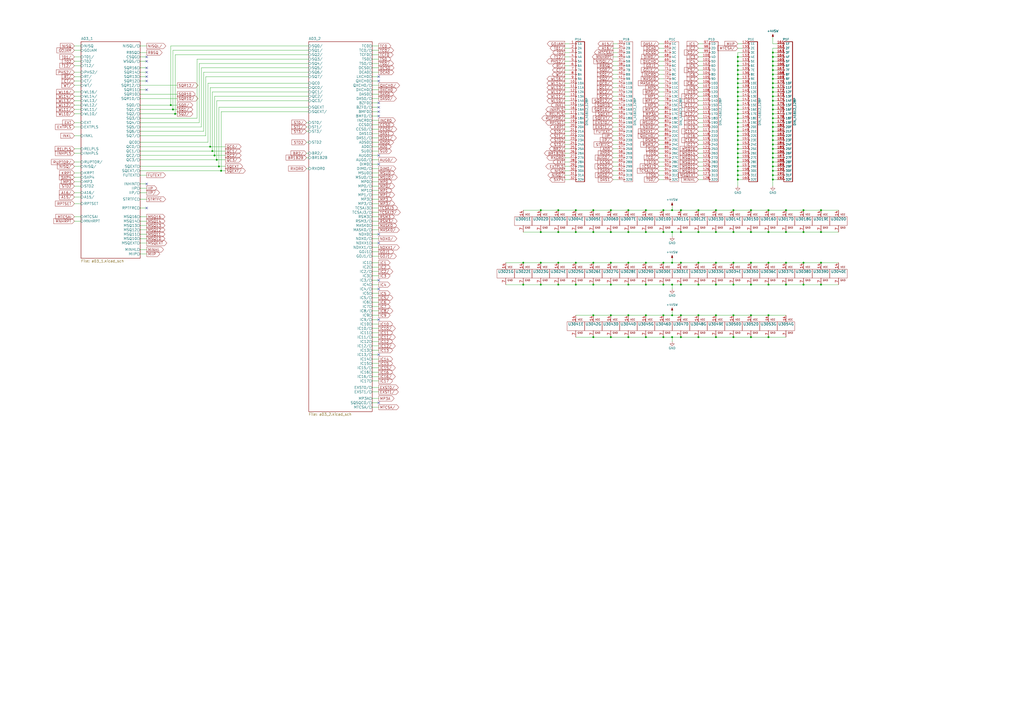
<source format=kicad_sch>
(kicad_sch (version 20211123) (generator eeschema)
  (paper "A2")
  (junction (at 427.99 66.04))
  (junction (at 435.61 182.88))
  (junction (at 374.65 195.58))
  (junction (at 384.81 152.4))
  (junction (at 415.29 165.1))
  (junction (at 466.09 121.92))
  (junction (at 344.17 121.92))
  (junction (at 427.99 83.82))
  (junction (at 303.53 165.1))
  (junction (at 427.99 104.14))
  (junction (at 354.33 182.88))
  (junction (at 427.99 99.06))
  (junction (at 455.93 165.1))
  (junction (at 101.6 66.04))
  (junction (at 334.01 134.62))
  (junction (at 427.99 76.2))
  (junction (at 448.31 63.5))
  (junction (at 448.31 40.64))
  (junction (at 364.49 152.4))
  (junction (at 123.19 87.63))
  (junction (at 374.65 152.4))
  (junction (at 427.99 73.66))
  (junction (at 425.45 121.92))
  (junction (at 448.31 78.74))
  (junction (at 389.89 121.92))
  (junction (at 435.61 195.58))
  (junction (at 389.89 134.62))
  (junction (at 448.31 35.56))
  (junction (at 448.31 43.18))
  (junction (at 427.99 81.28))
  (junction (at 448.31 93.98))
  (junction (at 448.31 50.8))
  (junction (at 425.45 134.62))
  (junction (at 389.89 182.88))
  (junction (at 448.31 33.02))
  (junction (at 125.73 92.71))
  (junction (at 448.31 81.28))
  (junction (at 427.99 48.26))
  (junction (at 394.97 134.62))
  (junction (at 405.13 195.58))
  (junction (at 448.31 101.6))
  (junction (at 427.99 35.56))
  (junction (at 445.77 165.1))
  (junction (at 427.99 63.5))
  (junction (at 445.77 195.58))
  (junction (at 448.31 91.44))
  (junction (at 394.97 182.88))
  (junction (at 466.09 134.62))
  (junction (at 448.31 60.96))
  (junction (at 323.85 152.4))
  (junction (at 344.17 195.58))
  (junction (at 427.99 71.12))
  (junction (at 455.93 134.62))
  (junction (at 394.97 195.58))
  (junction (at 448.31 104.14))
  (junction (at 448.31 88.9))
  (junction (at 466.09 152.4))
  (junction (at 124.46 90.17))
  (junction (at 323.85 121.92))
  (junction (at 427.99 45.72))
  (junction (at 384.81 182.88))
  (junction (at 427.99 60.96))
  (junction (at 127 96.52))
  (junction (at 425.45 152.4))
  (junction (at 448.31 53.34))
  (junction (at 425.45 195.58))
  (junction (at 374.65 121.92))
  (junction (at 427.99 68.58))
  (junction (at 389.89 195.58))
  (junction (at 364.49 182.88))
  (junction (at 455.93 152.4))
  (junction (at 427.99 88.9))
  (junction (at 344.17 152.4))
  (junction (at 448.31 96.52))
  (junction (at 445.77 134.62))
  (junction (at 445.77 121.92))
  (junction (at 448.31 76.2))
  (junction (at 303.53 152.4))
  (junction (at 427.99 55.88))
  (junction (at 427.99 96.52))
  (junction (at 425.45 165.1))
  (junction (at 313.69 121.92))
  (junction (at 427.99 38.1))
  (junction (at 448.31 66.04))
  (junction (at 344.17 182.88))
  (junction (at 427.99 101.6))
  (junction (at 364.49 165.1))
  (junction (at 427.99 50.8))
  (junction (at 100.33 63.5))
  (junction (at 466.09 165.1))
  (junction (at 323.85 165.1))
  (junction (at 427.99 91.44))
  (junction (at 99.06 60.96))
  (junction (at 476.25 152.4))
  (junction (at 448.31 99.06))
  (junction (at 448.31 68.58))
  (junction (at 384.81 134.62))
  (junction (at 415.29 182.88))
  (junction (at 323.85 134.62))
  (junction (at 427.99 43.18))
  (junction (at 344.17 165.1))
  (junction (at 313.69 134.62))
  (junction (at 354.33 152.4))
  (junction (at 476.25 134.62))
  (junction (at 334.01 121.92))
  (junction (at 448.31 58.42))
  (junction (at 405.13 182.88))
  (junction (at 427.99 58.42))
  (junction (at 384.81 121.92))
  (junction (at 448.31 83.82))
  (junction (at 394.97 121.92))
  (junction (at 435.61 121.92))
  (junction (at 427.99 53.34))
  (junction (at 128.27 99.06))
  (junction (at 364.49 195.58))
  (junction (at 415.29 195.58))
  (junction (at 334.01 152.4))
  (junction (at 427.99 86.36))
  (junction (at 435.61 134.62))
  (junction (at 415.29 121.92))
  (junction (at 448.31 71.12))
  (junction (at 313.69 165.1))
  (junction (at 476.25 121.92))
  (junction (at 448.31 30.48))
  (junction (at 405.13 152.4))
  (junction (at 384.81 195.58))
  (junction (at 374.65 182.88))
  (junction (at 405.13 165.1))
  (junction (at 389.89 165.1))
  (junction (at 354.33 165.1))
  (junction (at 427.99 40.64))
  (junction (at 415.29 152.4))
  (junction (at 435.61 165.1))
  (junction (at 455.93 121.92))
  (junction (at 313.69 152.4))
  (junction (at 354.33 195.58))
  (junction (at 354.33 134.62))
  (junction (at 448.31 48.26))
  (junction (at 435.61 152.4))
  (junction (at 427.99 78.74))
  (junction (at 476.25 165.1))
  (junction (at 427.99 33.02))
  (junction (at 374.65 134.62))
  (junction (at 425.45 182.88))
  (junction (at 394.97 152.4))
  (junction (at 364.49 121.92))
  (junction (at 384.81 165.1))
  (junction (at 121.92 85.09))
  (junction (at 354.33 121.92))
  (junction (at 448.31 73.66))
  (junction (at 448.31 45.72))
  (junction (at 394.97 165.1))
  (junction (at 448.31 38.1))
  (junction (at 334.01 165.1))
  (junction (at 405.13 121.92))
  (junction (at 448.31 86.36))
  (junction (at 374.65 165.1))
  (junction (at 445.77 182.88))
  (junction (at 427.99 93.98))
  (junction (at 448.31 55.88))
  (junction (at 415.29 134.62))
  (junction (at 389.89 152.4))
  (junction (at 405.13 134.62))
  (junction (at 364.49 134.62))
  (junction (at 445.77 152.4))
  (junction (at 344.17 134.62))
  (no_connect (at 85.09 120.65))
  (no_connect (at 85.09 52.07))
  (no_connect (at 85.09 44.45))
  (no_connect (at 219.71 205.74))
  (no_connect (at 85.09 35.56))
  (no_connect (at 219.71 59.69))
  (no_connect (at 219.71 162.56))
  (no_connect (at 219.71 64.77))
  (no_connect (at 219.71 140.97))
  (no_connect (at 219.71 67.31))
  (no_connect (at 85.09 41.91))
  (no_connect (at 219.71 185.42))
  (no_connect (at 219.71 44.45))
  (no_connect (at 85.09 46.99))
  (no_connect (at 219.71 46.99))
  (no_connect (at 85.09 33.02))
  (no_connect (at 219.71 62.23))
  (no_connect (at 85.09 106.68))
  (no_connect (at 219.71 135.89))
  (no_connect (at 219.71 95.25))
  (no_connect (at 219.71 90.17))
  (no_connect (at 219.71 167.64))
  (no_connect (at 219.71 233.68))
  (no_connect (at 85.09 39.37))
  (wire (pts (xy 85.09 115.57) (xy 81.28 115.57)))
  (wire (pts (xy 382.27 25.4) (xy 384.81 25.4)))
  (wire (pts (xy 384.81 81.28) (xy 382.27 81.28)))
  (wire (pts (xy 466.09 134.62) (xy 476.25 134.62)))
  (wire (pts (xy 303.53 165.1) (xy 313.69 165.1)))
  (wire (pts (xy 219.71 62.23) (xy 215.9 62.23)))
  (wire (pts (xy 448.31 71.12) (xy 450.85 71.12)))
  (wire (pts (xy 427.99 88.9) (xy 427.99 91.44)))
  (wire (pts (xy 177.8 97.79) (xy 179.07 97.79)))
  (wire (pts (xy 354.33 121.92) (xy 364.49 121.92)))
  (wire (pts (xy 219.71 123.19) (xy 215.9 123.19)))
  (wire (pts (xy 177.8 71.12) (xy 179.07 71.12)))
  (wire (pts (xy 219.71 100.33) (xy 215.9 100.33)))
  (wire (pts (xy 427.99 35.56) (xy 427.99 38.1)))
  (wire (pts (xy 334.01 165.1) (xy 344.17 165.1)))
  (wire (pts (xy 448.31 88.9) (xy 448.31 91.44)))
  (wire (pts (xy 323.85 121.92) (xy 334.01 121.92)))
  (wire (pts (xy 427.99 30.48) (xy 427.99 33.02)))
  (wire (pts (xy 448.31 66.04) (xy 448.31 68.58)))
  (wire (pts (xy 355.6 83.82) (xy 358.14 83.82)))
  (wire (pts (xy 407.67 78.74) (xy 405.13 78.74)))
  (wire (pts (xy 85.09 39.37) (xy 81.28 39.37)))
  (wire (pts (xy 219.71 218.44) (xy 215.9 218.44)))
  (wire (pts (xy 405.13 55.88) (xy 407.67 55.88)))
  (wire (pts (xy 219.71 82.55) (xy 215.9 82.55)))
  (wire (pts (xy 330.2 76.2) (xy 327.66 76.2)))
  (wire (pts (xy 219.71 29.21) (xy 215.9 29.21)))
  (wire (pts (xy 119.38 44.45) (xy 179.07 44.45)))
  (wire (pts (xy 177.8 76.2) (xy 179.07 76.2)))
  (wire (pts (xy 382.27 78.74) (xy 384.81 78.74)))
  (wire (pts (xy 405.13 50.8) (xy 407.67 50.8)))
  (wire (pts (xy 415.29 121.92) (xy 425.45 121.92)))
  (wire (pts (xy 427.99 50.8) (xy 427.99 53.34)))
  (wire (pts (xy 382.27 33.02) (xy 384.81 33.02)))
  (wire (pts (xy 448.31 40.64) (xy 450.85 40.64)))
  (wire (pts (xy 43.18 49.53) (xy 46.99 49.53)))
  (wire (pts (xy 448.31 55.88) (xy 450.85 55.88)))
  (wire (pts (xy 448.31 66.04) (xy 450.85 66.04)))
  (wire (pts (xy 427.99 99.06) (xy 430.53 99.06)))
  (wire (pts (xy 448.31 76.2) (xy 450.85 76.2)))
  (wire (pts (xy 448.31 48.26) (xy 448.31 50.8)))
  (wire (pts (xy 123.19 87.63) (xy 123.19 53.34)))
  (wire (pts (xy 382.27 53.34) (xy 384.81 53.34)))
  (wire (pts (xy 43.18 35.56) (xy 46.99 35.56)))
  (wire (pts (xy 81.28 96.52) (xy 127 96.52)))
  (wire (pts (xy 407.67 63.5) (xy 405.13 63.5)))
  (wire (pts (xy 354.33 182.88) (xy 364.49 182.88)))
  (wire (pts (xy 81.28 90.17) (xy 124.46 90.17)))
  (wire (pts (xy 219.71 92.71) (xy 215.9 92.71)))
  (wire (pts (xy 427.99 93.98) (xy 430.53 93.98)))
  (wire (pts (xy 334.01 134.62) (xy 344.17 134.62)))
  (wire (pts (xy 355.6 101.6) (xy 358.14 101.6)))
  (wire (pts (xy 219.71 210.82) (xy 215.9 210.82)))
  (wire (pts (xy 427.99 40.64) (xy 430.53 40.64)))
  (wire (pts (xy 219.71 52.07) (xy 215.9 52.07)))
  (wire (pts (xy 448.31 58.42) (xy 450.85 58.42)))
  (wire (pts (xy 46.99 46.99) (xy 43.18 46.99)))
  (wire (pts (xy 355.6 73.66) (xy 358.14 73.66)))
  (wire (pts (xy 100.33 63.5) (xy 102.87 63.5)))
  (wire (pts (xy 448.31 99.06) (xy 448.31 101.6)))
  (wire (pts (xy 405.13 96.52) (xy 407.67 96.52)))
  (wire (pts (xy 81.28 87.63) (xy 123.19 87.63)))
  (wire (pts (xy 85.09 135.89) (xy 81.28 135.89)))
  (wire (pts (xy 415.29 182.88) (xy 425.45 182.88)))
  (wire (pts (xy 81.28 78.74) (xy 119.38 78.74)))
  (wire (pts (xy 389.89 121.92) (xy 394.97 121.92)))
  (wire (pts (xy 330.2 71.12) (xy 327.66 71.12)))
  (wire (pts (xy 219.71 215.9) (xy 215.9 215.9)))
  (wire (pts (xy 476.25 134.62) (xy 486.41 134.62)))
  (wire (pts (xy 85.09 35.56) (xy 81.28 35.56)))
  (wire (pts (xy 100.33 63.5) (xy 100.33 29.21)))
  (wire (pts (xy 219.71 31.75) (xy 215.9 31.75)))
  (wire (pts (xy 427.99 66.04) (xy 430.53 66.04)))
  (wire (pts (xy 85.09 128.27) (xy 81.28 128.27)))
  (wire (pts (xy 330.2 93.98) (xy 327.66 93.98)))
  (wire (pts (xy 219.71 187.96) (xy 215.9 187.96)))
  (wire (pts (xy 128.27 99.06) (xy 130.81 99.06)))
  (wire (pts (xy 405.13 38.1) (xy 407.67 38.1)))
  (wire (pts (xy 445.77 134.62) (xy 455.93 134.62)))
  (wire (pts (xy 219.71 95.25) (xy 215.9 95.25)))
  (wire (pts (xy 46.99 58.42) (xy 43.18 58.42)))
  (wire (pts (xy 43.18 128.27) (xy 46.99 128.27)))
  (wire (pts (xy 389.89 152.4) (xy 394.97 152.4)))
  (wire (pts (xy 364.49 152.4) (xy 374.65 152.4)))
  (wire (pts (xy 85.09 133.35) (xy 81.28 133.35)))
  (wire (pts (xy 427.99 38.1) (xy 430.53 38.1)))
  (wire (pts (xy 327.66 58.42) (xy 330.2 58.42)))
  (wire (pts (xy 448.31 101.6) (xy 448.31 104.14)))
  (wire (pts (xy 382.27 101.6) (xy 384.81 101.6)))
  (wire (pts (xy 219.71 195.58) (xy 215.9 195.58)))
  (wire (pts (xy 100.33 29.21) (xy 179.07 29.21)))
  (wire (pts (xy 448.31 91.44) (xy 448.31 93.98)))
  (wire (pts (xy 81.28 68.58) (xy 114.3 68.58)))
  (wire (pts (xy 427.99 38.1) (xy 427.99 40.64)))
  (wire (pts (xy 219.71 120.65) (xy 215.9 120.65)))
  (wire (pts (xy 427.99 55.88) (xy 430.53 55.88)))
  (wire (pts (xy 448.31 78.74) (xy 450.85 78.74)))
  (wire (pts (xy 355.6 76.2) (xy 358.14 76.2)))
  (wire (pts (xy 355.6 55.88) (xy 358.14 55.88)))
  (wire (pts (xy 382.27 104.14) (xy 384.81 104.14)))
  (wire (pts (xy 177.8 91.44) (xy 179.07 91.44)))
  (wire (pts (xy 382.27 73.66) (xy 384.81 73.66)))
  (wire (pts (xy 219.71 162.56) (xy 215.9 162.56)))
  (wire (pts (xy 81.28 66.04) (xy 101.6 66.04)))
  (wire (pts (xy 46.99 53.34) (xy 43.18 53.34)))
  (wire (pts (xy 405.13 68.58) (xy 407.67 68.58)))
  (wire (pts (xy 427.99 35.56) (xy 430.53 35.56)))
  (wire (pts (xy 405.13 40.64) (xy 407.67 40.64)))
  (wire (pts (xy 445.77 152.4) (xy 455.93 152.4)))
  (wire (pts (xy 427.99 101.6) (xy 427.99 104.14)))
  (wire (pts (xy 405.13 58.42) (xy 407.67 58.42)))
  (wire (pts (xy 382.27 88.9) (xy 384.81 88.9)))
  (wire (pts (xy 219.71 59.69) (xy 215.9 59.69)))
  (wire (pts (xy 43.18 41.91) (xy 46.99 41.91)))
  (wire (pts (xy 219.71 69.85) (xy 215.9 69.85)))
  (wire (pts (xy 384.81 30.48) (xy 382.27 30.48)))
  (wire (pts (xy 427.99 86.36) (xy 427.99 88.9)))
  (wire (pts (xy 219.71 118.11) (xy 215.9 118.11)))
  (wire (pts (xy 219.71 182.88) (xy 215.9 182.88)))
  (wire (pts (xy 448.31 99.06) (xy 450.85 99.06)))
  (wire (pts (xy 327.66 104.14) (xy 330.2 104.14)))
  (wire (pts (xy 81.28 85.09) (xy 121.92 85.09)))
  (wire (pts (xy 445.77 182.88) (xy 455.93 182.88)))
  (wire (pts (xy 405.13 93.98) (xy 407.67 93.98)))
  (wire (pts (xy 344.17 121.92) (xy 354.33 121.92)))
  (wire (pts (xy 448.31 93.98) (xy 448.31 96.52)))
  (wire (pts (xy 219.71 152.4) (xy 215.9 152.4)))
  (wire (pts (xy 374.65 165.1) (xy 384.81 165.1)))
  (wire (pts (xy 427.99 73.66) (xy 430.53 73.66)))
  (wire (pts (xy 219.71 167.64) (xy 215.9 167.64)))
  (wire (pts (xy 219.71 203.2) (xy 215.9 203.2)))
  (wire (pts (xy 115.57 71.12) (xy 115.57 36.83)))
  (wire (pts (xy 219.71 44.45) (xy 215.9 44.45)))
  (wire (pts (xy 389.89 182.88) (xy 389.89 180.34)))
  (wire (pts (xy 85.09 109.22) (xy 81.28 109.22)))
  (wire (pts (xy 219.71 227.33) (xy 215.9 227.33)))
  (wire (pts (xy 389.89 195.58) (xy 389.89 198.12)))
  (wire (pts (xy 427.99 104.14) (xy 430.53 104.14)))
  (wire (pts (xy 81.28 71.12) (xy 115.57 71.12)))
  (wire (pts (xy 405.13 30.48) (xy 407.67 30.48)))
  (wire (pts (xy 43.18 102.87) (xy 46.99 102.87)))
  (wire (pts (xy 427.99 60.96) (xy 430.53 60.96)))
  (wire (pts (xy 382.27 50.8) (xy 384.81 50.8)))
  (wire (pts (xy 394.97 121.92) (xy 405.13 121.92)))
  (wire (pts (xy 327.66 38.1) (xy 330.2 38.1)))
  (wire (pts (xy 219.71 148.59) (xy 215.9 148.59)))
  (wire (pts (xy 448.31 55.88) (xy 448.31 58.42)))
  (wire (pts (xy 427.99 68.58) (xy 427.99 71.12)))
  (wire (pts (xy 327.66 45.72) (xy 330.2 45.72)))
  (wire (pts (xy 85.09 138.43) (xy 81.28 138.43)))
  (wire (pts (xy 81.28 76.2) (xy 118.11 76.2)))
  (wire (pts (xy 219.71 165.1) (xy 215.9 165.1)))
  (wire (pts (xy 85.09 144.78) (xy 81.28 144.78)))
  (wire (pts (xy 427.99 55.88) (xy 427.99 58.42)))
  (wire (pts (xy 466.09 152.4) (xy 476.25 152.4)))
  (wire (pts (xy 425.45 152.4) (xy 435.61 152.4)))
  (wire (pts (xy 358.14 35.56) (xy 355.6 35.56)))
  (wire (pts (xy 476.25 165.1) (xy 486.41 165.1)))
  (wire (pts (xy 219.71 170.18) (xy 215.9 170.18)))
  (wire (pts (xy 427.99 43.18) (xy 427.99 45.72)))
  (wire (pts (xy 425.45 134.62) (xy 435.61 134.62)))
  (wire (pts (xy 427.99 63.5) (xy 430.53 63.5)))
  (wire (pts (xy 427.99 104.14) (xy 427.99 107.95)))
  (wire (pts (xy 327.66 48.26) (xy 330.2 48.26)))
  (wire (pts (xy 323.85 152.4) (xy 334.01 152.4)))
  (wire (pts (xy 427.99 81.28) (xy 427.99 83.82)))
  (wire (pts (xy 219.71 177.8) (xy 215.9 177.8)))
  (wire (pts (xy 405.13 48.26) (xy 407.67 48.26)))
  (wire (pts (xy 448.31 96.52) (xy 448.31 99.06)))
  (wire (pts (xy 427.99 30.48) (xy 430.53 30.48)))
  (wire (pts (xy 425.45 182.88) (xy 435.61 182.88)))
  (wire (pts (xy 219.71 185.42) (xy 215.9 185.42)))
  (wire (pts (xy 116.84 39.37) (xy 179.07 39.37)))
  (wire (pts (xy 355.6 60.96) (xy 358.14 60.96)))
  (wire (pts (xy 427.99 33.02) (xy 430.53 33.02)))
  (wire (pts (xy 219.71 107.95) (xy 215.9 107.95)))
  (wire (pts (xy 448.31 58.42) (xy 448.31 60.96)))
  (wire (pts (xy 427.99 60.96) (xy 427.99 63.5)))
  (wire (pts (xy 427.99 45.72) (xy 430.53 45.72)))
  (wire (pts (xy 448.31 91.44) (xy 450.85 91.44)))
  (wire (pts (xy 330.2 63.5) (xy 327.66 63.5)))
  (wire (pts (xy 466.09 121.92) (xy 476.25 121.92)))
  (wire (pts (xy 323.85 165.1) (xy 334.01 165.1)))
  (wire (pts (xy 427.99 96.52) (xy 430.53 96.52)))
  (wire (pts (xy 219.71 231.14) (xy 215.9 231.14)))
  (wire (pts (xy 448.31 60.96) (xy 448.31 63.5)))
  (wire (pts (xy 219.71 236.22) (xy 215.9 236.22)))
  (wire (pts (xy 389.89 119.38) (xy 389.89 121.92)))
  (wire (pts (xy 382.27 86.36) (xy 384.81 86.36)))
  (wire (pts (xy 427.99 78.74) (xy 427.99 81.28)))
  (wire (pts (xy 323.85 134.62) (xy 334.01 134.62)))
  (wire (pts (xy 384.81 121.92) (xy 389.89 121.92)))
  (wire (pts (xy 219.71 67.31) (xy 215.9 67.31)))
  (wire (pts (xy 374.65 152.4) (xy 384.81 152.4)))
  (wire (pts (xy 364.49 182.88) (xy 374.65 182.88)))
  (wire (pts (xy 219.71 57.15) (xy 215.9 57.15)))
  (wire (pts (xy 427.99 40.64) (xy 427.99 43.18)))
  (wire (pts (xy 46.99 118.11) (xy 43.18 118.11)))
  (wire (pts (xy 384.81 182.88) (xy 389.89 182.88)))
  (wire (pts (xy 405.13 121.92) (xy 415.29 121.92)))
  (wire (pts (xy 382.27 76.2) (xy 384.81 76.2)))
  (wire (pts (xy 389.89 165.1) (xy 394.97 165.1)))
  (wire (pts (xy 114.3 68.58) (xy 114.3 34.29)))
  (wire (pts (xy 382.27 40.64) (xy 384.81 40.64)))
  (wire (pts (xy 405.13 195.58) (xy 415.29 195.58)))
  (wire (pts (xy 102.87 54.61) (xy 81.28 54.61)))
  (wire (pts (xy 405.13 45.72) (xy 407.67 45.72)))
  (wire (pts (xy 177.8 82.55) (xy 179.07 82.55)))
  (wire (pts (xy 46.99 71.12) (xy 43.18 71.12)))
  (wire (pts (xy 358.14 104.14) (xy 355.6 104.14)))
  (wire (pts (xy 382.27 43.18) (xy 384.81 43.18)))
  (wire (pts (xy 85.09 120.65) (xy 81.28 120.65)))
  (wire (pts (xy 219.71 74.93) (xy 215.9 74.93)))
  (wire (pts (xy 355.6 68.58) (xy 358.14 68.58)))
  (wire (pts (xy 124.46 90.17) (xy 130.81 90.17)))
  (wire (pts (xy 123.19 53.34) (xy 179.07 53.34)))
  (wire (pts (xy 85.09 125.73) (xy 81.28 125.73)))
  (wire (pts (xy 219.71 110.49) (xy 215.9 110.49)))
  (wire (pts (xy 81.28 82.55) (xy 120.65 82.55)))
  (wire (pts (xy 448.31 43.18) (xy 450.85 43.18)))
  (wire (pts (xy 293.37 152.4) (xy 303.53 152.4)))
  (wire (pts (xy 427.99 93.98) (xy 427.99 96.52)))
  (wire (pts (xy 448.31 35.56) (xy 448.31 38.1)))
  (wire (pts (xy 114.3 34.29) (xy 179.07 34.29)))
  (wire (pts (xy 85.09 111.76) (xy 81.28 111.76)))
  (wire (pts (xy 121.92 85.09) (xy 130.81 85.09)))
  (wire (pts (xy 313.69 134.62) (xy 323.85 134.62)))
  (wire (pts (xy 43.18 105.41) (xy 46.99 105.41)))
  (wire (pts (xy 219.71 130.81) (xy 215.9 130.81)))
  (wire (pts (xy 219.71 180.34) (xy 215.9 180.34)))
  (wire (pts (xy 364.49 195.58) (xy 374.65 195.58)))
  (wire (pts (xy 327.66 68.58) (xy 330.2 68.58)))
  (wire (pts (xy 427.99 71.12) (xy 427.99 73.66)))
  (wire (pts (xy 85.09 147.32) (xy 81.28 147.32)))
  (wire (pts (xy 448.31 27.94) (xy 448.31 30.48)))
  (wire (pts (xy 330.2 43.18) (xy 327.66 43.18)))
  (wire (pts (xy 128.27 99.06) (xy 128.27 64.77)))
  (wire (pts (xy 219.71 41.91) (xy 215.9 41.91)))
  (wire (pts (xy 407.67 76.2) (xy 405.13 76.2)))
  (wire (pts (xy 427.99 45.72) (xy 427.99 48.26)))
  (wire (pts (xy 219.71 213.36) (xy 215.9 213.36)))
  (wire (pts (xy 46.99 63.5) (xy 43.18 63.5)))
  (wire (pts (xy 43.18 111.76) (xy 46.99 111.76)))
  (wire (pts (xy 427.99 91.44) (xy 427.99 93.98)))
  (wire (pts (xy 101.6 31.75) (xy 179.07 31.75)))
  (wire (pts (xy 358.14 99.06) (xy 355.6 99.06)))
  (wire (pts (xy 427.99 99.06) (xy 427.99 101.6)))
  (wire (pts (xy 476.25 152.4) (xy 486.41 152.4)))
  (wire (pts (xy 81.28 60.96) (xy 99.06 60.96)))
  (wire (pts (xy 405.13 99.06) (xy 407.67 99.06)))
  (wire (pts (xy 219.71 26.67) (xy 215.9 26.67)))
  (wire (pts (xy 344.17 195.58) (xy 354.33 195.58)))
  (wire (pts (xy 384.81 195.58) (xy 389.89 195.58)))
  (wire (pts (xy 427.99 78.74) (xy 430.53 78.74)))
  (wire (pts (xy 355.6 93.98) (xy 358.14 93.98)))
  (wire (pts (xy 43.18 66.04) (xy 46.99 66.04)))
  (wire (pts (xy 364.49 134.62) (xy 374.65 134.62)))
  (wire (pts (xy 427.99 91.44) (xy 430.53 91.44)))
  (wire (pts (xy 448.31 86.36) (xy 448.31 88.9)))
  (wire (pts (xy 219.71 200.66) (xy 215.9 200.66)))
  (wire (pts (xy 85.09 41.91) (xy 81.28 41.91)))
  (wire (pts (xy 303.53 152.4) (xy 313.69 152.4)))
  (wire (pts (xy 448.31 88.9) (xy 450.85 88.9)))
  (wire (pts (xy 219.71 46.99) (xy 215.9 46.99)))
  (wire (pts (xy 389.89 149.86) (xy 389.89 152.4)))
  (wire (pts (xy 219.71 72.39) (xy 215.9 72.39)))
  (wire (pts (xy 427.99 73.66) (xy 427.99 76.2)))
  (wire (pts (xy 219.71 64.77) (xy 215.9 64.77)))
  (wire (pts (xy 448.31 33.02) (xy 448.31 35.56)))
  (wire (pts (xy 219.71 175.26) (xy 215.9 175.26)))
  (wire (pts (xy 389.89 195.58) (xy 394.97 195.58)))
  (wire (pts (xy 407.67 83.82) (xy 405.13 83.82)))
  (wire (pts (xy 303.53 134.62) (xy 313.69 134.62)))
  (wire (pts (xy 394.97 152.4) (xy 405.13 152.4)))
  (wire (pts (xy 448.31 63.5) (xy 450.85 63.5)))
  (wire (pts (xy 120.65 48.26) (xy 179.07 48.26)))
  (wire (pts (xy 384.81 68.58) (xy 382.27 68.58)))
  (wire (pts (xy 455.93 165.1) (xy 466.09 165.1)))
  (wire (pts (xy 219.71 208.28) (xy 215.9 208.28)))
  (wire (pts (xy 219.71 102.87) (xy 215.9 102.87)))
  (wire (pts (xy 374.65 195.58) (xy 384.81 195.58)))
  (wire (pts (xy 219.71 105.41) (xy 215.9 105.41)))
  (wire (pts (xy 427.99 50.8) (xy 430.53 50.8)))
  (wire (pts (xy 219.71 140.97) (xy 215.9 140.97)))
  (wire (pts (xy 448.31 96.52) (xy 450.85 96.52)))
  (wire (pts (xy 427.99 48.26) (xy 430.53 48.26)))
  (wire (pts (xy 81.28 99.06) (xy 128.27 99.06)))
  (wire (pts (xy 355.6 33.02) (xy 358.14 33.02)))
  (wire (pts (xy 384.81 134.62) (xy 389.89 134.62)))
  (wire (pts (xy 99.06 26.67) (xy 179.07 26.67)))
  (wire (pts (xy 374.65 134.62) (xy 384.81 134.62)))
  (wire (pts (xy 427.99 58.42) (xy 430.53 58.42)))
  (wire (pts (xy 435.61 182.88) (xy 445.77 182.88)))
  (wire (pts (xy 425.45 121.92) (xy 435.61 121.92)))
  (wire (pts (xy 125.73 58.42) (xy 179.07 58.42)))
  (wire (pts (xy 219.71 157.48) (xy 215.9 157.48)))
  (wire (pts (xy 215.9 125.73) (xy 219.71 125.73)))
  (wire (pts (xy 384.81 93.98) (xy 382.27 93.98)))
  (wire (pts (xy 344.17 152.4) (xy 354.33 152.4)))
  (wire (pts (xy 43.18 44.45) (xy 46.99 44.45)))
  (wire (pts (xy 219.71 205.74) (xy 215.9 205.74)))
  (wire (pts (xy 358.14 71.12) (xy 355.6 71.12)))
  (wire (pts (xy 330.2 73.66) (xy 327.66 73.66)))
  (wire (pts (xy 448.31 30.48) (xy 448.31 33.02)))
  (wire (pts (xy 46.99 78.74) (xy 43.18 78.74)))
  (wire (pts (xy 448.31 81.28) (xy 450.85 81.28)))
  (wire (pts (xy 382.27 35.56) (xy 384.81 35.56)))
  (wire (pts (xy 448.31 104.14) (xy 450.85 104.14)))
  (wire (pts (xy 313.69 121.92) (xy 323.85 121.92)))
  (wire (pts (xy 427.99 66.04) (xy 427.99 68.58)))
  (wire (pts (xy 303.53 121.92) (xy 313.69 121.92)))
  (wire (pts (xy 448.31 48.26) (xy 450.85 48.26)))
  (wire (pts (xy 313.69 165.1) (xy 323.85 165.1)))
  (wire (pts (xy 81.28 63.5) (xy 100.33 63.5)))
  (wire (pts (xy 327.66 55.88) (xy 330.2 55.88)))
  (wire (pts (xy 219.71 113.03) (xy 215.9 113.03)))
  (wire (pts (xy 405.13 182.88) (xy 415.29 182.88)))
  (wire (pts (xy 46.99 29.21) (xy 43.18 29.21)))
  (wire (pts (xy 405.13 53.34) (xy 407.67 53.34)))
  (wire (pts (xy 127 62.23) (xy 179.07 62.23)))
  (wire (pts (xy 118.11 41.91) (xy 179.07 41.91)))
  (wire (pts (xy 448.31 71.12) (xy 448.31 73.66)))
  (wire (pts (xy 394.97 165.1) (xy 405.13 165.1)))
  (wire (pts (xy 43.18 96.52) (xy 46.99 96.52)))
  (wire (pts (xy 389.89 137.16) (xy 389.89 134.62)))
  (wire (pts (xy 448.31 76.2) (xy 448.31 78.74)))
  (wire (pts (xy 46.99 100.33) (xy 43.18 100.33)))
  (wire (pts (xy 219.71 34.29) (xy 215.9 34.29)))
  (wire (pts (xy 43.18 33.02) (xy 46.99 33.02)))
  (wire (pts (xy 327.66 27.94) (xy 330.2 27.94)))
  (wire (pts (xy 382.27 55.88) (xy 384.81 55.88)))
  (wire (pts (xy 358.14 53.34) (xy 355.6 53.34)))
  (wire (pts (xy 219.71 77.47) (xy 215.9 77.47)))
  (wire (pts (xy 327.66 60.96) (xy 330.2 60.96)))
  (wire (pts (xy 99.06 60.96) (xy 102.87 60.96)))
  (wire (pts (xy 427.99 86.36) (xy 430.53 86.36)))
  (wire (pts (xy 344.17 165.1) (xy 354.33 165.1)))
  (wire (pts (xy 405.13 86.36) (xy 407.67 86.36)))
  (wire (pts (xy 99.06 60.96) (xy 99.06 26.67)))
  (wire (pts (xy 219.71 220.98) (xy 215.9 220.98)))
  (wire (pts (xy 327.66 35.56) (xy 330.2 35.56)))
  (wire (pts (xy 427.99 48.26) (xy 427.99 50.8)))
  (wire (pts (xy 427.99 83.82) (xy 430.53 83.82)))
  (wire (pts (xy 121.92 85.09) (xy 121.92 50.8)))
  (wire (pts (xy 382.27 48.26) (xy 384.81 48.26)))
  (wire (pts (xy 448.31 68.58) (xy 448.31 71.12)))
  (wire (pts (xy 219.71 233.68) (xy 215.9 233.68)))
  (wire (pts (xy 330.2 86.36) (xy 327.66 86.36)))
  (wire (pts (xy 43.18 88.9) (xy 46.99 88.9)))
  (wire (pts (xy 415.29 134.62) (xy 425.45 134.62)))
  (wire (pts (xy 219.71 90.17) (xy 215.9 90.17)))
  (wire (pts (xy 448.31 30.48) (xy 450.85 30.48)))
  (wire (pts (xy 293.37 165.1) (xy 303.53 165.1)))
  (wire (pts (xy 476.25 121.92) (xy 486.41 121.92)))
  (wire (pts (xy 445.77 165.1) (xy 455.93 165.1)))
  (wire (pts (xy 389.89 134.62) (xy 394.97 134.62)))
  (wire (pts (xy 85.09 101.6) (xy 81.28 101.6)))
  (wire (pts (xy 407.67 73.66) (xy 405.13 73.66)))
  (wire (pts (xy 327.66 91.44) (xy 330.2 91.44)))
  (wire (pts (xy 219.71 143.51) (xy 215.9 143.51)))
  (wire (pts (xy 407.67 81.28) (xy 405.13 81.28)))
  (wire (pts (xy 344.17 134.62) (xy 354.33 134.62)))
  (wire (pts (xy 124.46 90.17) (xy 124.46 55.88)))
  (wire (pts (xy 355.6 88.9) (xy 358.14 88.9)))
  (wire (pts (xy 219.71 138.43) (xy 215.9 138.43)))
  (wire (pts (xy 85.09 130.81) (xy 81.28 130.81)))
  (wire (pts (xy 219.71 85.09) (xy 215.9 85.09)))
  (wire (pts (xy 448.31 40.64) (xy 448.31 43.18)))
  (wire (pts (xy 179.07 88.9) (xy 177.8 88.9)))
  (wire (pts (xy 448.31 68.58) (xy 450.85 68.58)))
  (wire (pts (xy 382.27 83.82) (xy 384.81 83.82)))
  (wire (pts (xy 405.13 134.62) (xy 415.29 134.62)))
  (wire (pts (xy 448.31 50.8) (xy 448.31 53.34)))
  (wire (pts (xy 448.31 45.72) (xy 450.85 45.72)))
  (wire (pts (xy 374.65 121.92) (xy 384.81 121.92)))
  (wire (pts (xy 355.6 27.94) (xy 358.14 27.94)))
  (wire (pts (xy 120.65 82.55) (xy 120.65 48.26)))
  (wire (pts (xy 427.99 96.52) (xy 427.99 99.06)))
  (wire (pts (xy 382.27 91.44) (xy 384.81 91.44)))
  (wire (pts (xy 124.46 55.88) (xy 179.07 55.88)))
  (wire (pts (xy 445.77 195.58) (xy 455.93 195.58)))
  (wire (pts (xy 355.6 86.36) (xy 358.14 86.36)))
  (wire (pts (xy 405.13 91.44) (xy 407.67 91.44)))
  (wire (pts (xy 219.71 172.72) (xy 215.9 172.72)))
  (wire (pts (xy 407.67 66.04) (xy 405.13 66.04)))
  (wire (pts (xy 405.13 60.96) (xy 407.67 60.96)))
  (wire (pts (xy 219.71 146.05) (xy 215.9 146.05)))
  (wire (pts (xy 405.13 35.56) (xy 407.67 35.56)))
  (wire (pts (xy 448.31 43.18) (xy 448.31 45.72)))
  (wire (pts (xy 43.18 93.98) (xy 46.99 93.98)))
  (wire (pts (xy 85.09 44.45) (xy 81.28 44.45)))
  (wire (pts (xy 389.89 167.64) (xy 389.89 165.1)))
  (wire (pts (xy 427.99 71.12) (xy 430.53 71.12)))
  (wire (pts (xy 382.27 63.5) (xy 384.81 63.5)))
  (wire (pts (xy 219.71 54.61) (xy 215.9 54.61)))
  (wire (pts (xy 405.13 101.6) (xy 407.67 101.6)))
  (wire (pts (xy 448.31 45.72) (xy 448.31 48.26)))
  (wire (pts (xy 415.29 195.58) (xy 425.45 195.58)))
  (wire (pts (xy 448.31 93.98) (xy 450.85 93.98)))
  (wire (pts (xy 219.71 87.63) (xy 215.9 87.63)))
  (wire (pts (xy 405.13 165.1) (xy 415.29 165.1)))
  (wire (pts (xy 327.66 83.82) (xy 330.2 83.82)))
  (wire (pts (xy 405.13 71.12) (xy 407.67 71.12)))
  (wire (pts (xy 123.19 87.63) (xy 130.81 87.63)))
  (wire (pts (xy 219.71 190.5) (xy 215.9 190.5)))
  (wire (pts (xy 43.18 26.67) (xy 46.99 26.67)))
  (wire (pts (xy 115.57 36.83) (xy 179.07 36.83)))
  (wire (pts (xy 445.77 121.92) (xy 455.93 121.92)))
  (wire (pts (xy 427.99 63.5) (xy 427.99 66.04)))
  (wire (pts (xy 435.61 121.92) (xy 445.77 121.92)))
  (wire (pts (xy 330.2 66.04) (xy 327.66 66.04)))
  (wire (pts (xy 405.13 152.4) (xy 415.29 152.4)))
  (wire (pts (xy 177.8 73.66) (xy 179.07 73.66)))
  (wire (pts (xy 344.17 182.88) (xy 354.33 182.88)))
  (wire (pts (xy 405.13 33.02) (xy 407.67 33.02)))
  (wire (pts (xy 448.31 38.1) (xy 450.85 38.1)))
  (wire (pts (xy 219.71 154.94) (xy 215.9 154.94)))
  (wire (pts (xy 327.66 99.06) (xy 330.2 99.06)))
  (wire (pts (xy 382.27 27.94) (xy 384.81 27.94)))
  (wire (pts (xy 219.71 115.57) (xy 215.9 115.57)))
  (wire (pts (xy 382.27 45.72) (xy 384.81 45.72)))
  (wire (pts (xy 102.87 57.15) (xy 81.28 57.15)))
  (wire (pts (xy 448.31 78.74) (xy 448.31 81.28)))
  (wire (pts (xy 355.6 25.4) (xy 358.14 25.4)))
  (wire (pts (xy 405.13 27.94) (xy 407.67 27.94)))
  (wire (pts (xy 448.31 83.82) (xy 450.85 83.82)))
  (wire (pts (xy 313.69 152.4) (xy 323.85 152.4)))
  (wire (pts (xy 427.99 27.94) (xy 430.53 27.94)))
  (wire (pts (xy 358.14 30.48) (xy 355.6 30.48)))
  (wire (pts (xy 448.31 27.94) (xy 450.85 27.94)))
  (wire (pts (xy 455.93 134.62) (xy 466.09 134.62)))
  (wire (pts (xy 81.28 73.66) (xy 116.84 73.66)))
  (wire (pts (xy 327.66 25.4) (xy 330.2 25.4)))
  (wire (pts (xy 127 96.52) (xy 127 62.23)))
  (wire (pts (xy 405.13 43.18) (xy 407.67 43.18)))
  (wire (pts (xy 389.89 182.88) (xy 394.97 182.88)))
  (wire (pts (xy 415.29 152.4) (xy 425.45 152.4)))
  (wire (pts (xy 448.31 38.1) (xy 448.31 40.64)))
  (wire (pts (xy 219.71 198.12) (xy 215.9 198.12)))
  (wire (pts (xy 85.09 140.97) (xy 81.28 140.97)))
  (wire (pts (xy 427.99 81.28) (xy 430.53 81.28)))
  (wire (pts (xy 215.9 128.27) (xy 219.71 128.27)))
  (wire (pts (xy 427.99 88.9) (xy 430.53 88.9)))
  (wire (pts (xy 382.27 71.12) (xy 384.81 71.12)))
  (wire (pts (xy 415.29 165.1) (xy 425.45 165.1)))
  (wire (pts (xy 330.2 81.28) (xy 327.66 81.28)))
  (wire (pts (xy 219.71 224.79) (xy 215.9 224.79)))
  (wire (pts (xy 355.6 78.74) (xy 358.14 78.74)))
  (wire (pts (xy 435.61 152.4) (xy 445.77 152.4)))
  (wire (pts (xy 448.31 101.6) (xy 450.85 101.6)))
  (wire (pts (xy 85.09 106.68) (xy 81.28 106.68)))
  (wire (pts (xy 384.81 165.1) (xy 389.89 165.1)))
  (wire (pts (xy 384.81 152.4) (xy 389.89 152.4)))
  (wire (pts (xy 450.85 25.4) (xy 448.31 25.4)))
  (wire (pts (xy 382.27 58.42) (xy 384.81 58.42)))
  (wire (pts (xy 219.71 97.79) (xy 215.9 97.79)))
  (wire (pts (xy 425.45 195.58) (xy 435.61 195.58)))
  (wire (pts (xy 330.2 40.64) (xy 327.66 40.64)))
  (wire (pts (xy 364.49 165.1) (xy 374.65 165.1)))
  (wire (pts (xy 219.71 39.37) (xy 215.9 39.37)))
  (wire (pts (xy 116.84 73.66) (xy 116.84 39.37)))
  (wire (pts (xy 128.27 64.77) (xy 179.07 64.77)))
  (wire (pts (xy 121.92 50.8) (xy 179.07 50.8)))
  (wire (pts (xy 355.6 81.28) (xy 358.14 81.28)))
  (wire (pts (xy 127 96.52) (xy 130.81 96.52)))
  (wire (pts (xy 354.33 165.1) (xy 364.49 165.1)))
  (wire (pts (xy 448.31 83.82) (xy 448.31 86.36)))
  (wire (pts (xy 455.93 121.92) (xy 466.09 121.92)))
  (wire (pts (xy 427.99 83.82) (xy 427.99 86.36)))
  (wire (pts (xy 85.09 46.99) (xy 81.28 46.99)))
  (wire (pts (xy 327.66 101.6) (xy 330.2 101.6)))
  (wire (pts (xy 448.31 60.96) (xy 450.85 60.96)))
  (wire (pts (xy 448.31 35.56) (xy 450.85 35.56)))
  (wire (pts (xy 355.6 63.5) (xy 358.14 63.5)))
  (wire (pts (xy 448.31 73.66) (xy 450.85 73.66)))
  (wire (pts (xy 43.18 60.96) (xy 46.99 60.96)))
  (wire (pts (xy 43.18 114.3) (xy 46.99 114.3)))
  (wire (pts (xy 394.97 195.58) (xy 405.13 195.58)))
  (wire (pts (xy 119.38 78.74) (xy 119.38 44.45)))
  (wire (pts (xy 85.09 33.02) (xy 81.28 33.02)))
  (wire (pts (xy 85.09 30.48) (xy 81.28 30.48)))
  (wire (pts (xy 327.66 78.74) (xy 330.2 78.74)))
  (wire (pts (xy 448.31 81.28) (xy 448.31 83.82)))
  (wire (pts (xy 364.49 121.92) (xy 374.65 121.92)))
  (wire (pts (xy 327.66 88.9) (xy 330.2 88.9)))
  (wire (pts (xy 427.99 101.6) (xy 430.53 101.6)))
  (wire (pts (xy 81.28 92.71) (xy 125.73 92.71)))
  (wire (pts (xy 427.99 43.18) (xy 430.53 43.18)))
  (wire (pts (xy 118.11 76.2) (xy 118.11 41.91)))
  (wire (pts (xy 425.45 165.1) (xy 435.61 165.1)))
  (wire (pts (xy 382.27 66.04) (xy 384.81 66.04)))
  (wire (pts (xy 46.99 86.36) (xy 43.18 86.36)))
  (wire (pts (xy 355.6 58.42) (xy 358.14 58.42)))
  (wire (pts (xy 448.31 86.36) (xy 450.85 86.36)))
  (wire (pts (xy 448.31 33.02) (xy 450.85 33.02)))
  (wire (pts (xy 427.99 33.02) (xy 427.99 35.56)))
  (wire (pts (xy 435.61 195.58) (xy 445.77 195.58)))
  (wire (pts (xy 427.99 53.34) (xy 430.53 53.34)))
  (wire (pts (xy 374.65 182.88) (xy 384.81 182.88)))
  (wire (pts (xy 102.87 49.53) (xy 81.28 49.53)))
  (wire (pts (xy 427.99 76.2) (xy 430.53 76.2)))
  (wire (pts (xy 448.31 63.5) (xy 448.31 66.04)))
  (wire (pts (xy 334.01 152.4) (xy 344.17 152.4)))
  (wire (pts (xy 101.6 66.04) (xy 102.87 66.04)))
  (wire (pts (xy 46.99 125.73) (xy 43.18 125.73)))
  (wire (pts (xy 427.99 53.34) (xy 427.99 55.88)))
  (wire (pts (xy 354.33 152.4) (xy 364.49 152.4)))
  (wire (pts (xy 394.97 134.62) (xy 405.13 134.62)))
  (wire (pts (xy 435.61 165.1) (xy 445.77 165.1)))
  (wire (pts (xy 435.61 134.62) (xy 445.77 134.62)))
  (wire (pts (xy 394.97 182.88) (xy 405.13 182.88)))
  (wire (pts (xy 125.73 92.71) (xy 130.81 92.71)))
  (wire (pts (xy 358.14 40.64) (xy 355.6 40.64)))
  (wire (pts (xy 382.27 96.52) (xy 384.81 96.52)))
  (wire (pts (xy 330.2 53.34) (xy 327.66 53.34)))
  (wire (pts (xy 327.66 33.02) (xy 330.2 33.02)))
  (wire (pts (xy 448.31 25.4) (xy 448.31 21.59)))
  (wire (pts (xy 448.31 73.66) (xy 448.31 76.2)))
  (wire (pts (xy 330.2 30.48) (xy 327.66 30.48)))
  (wire (pts (xy 355.6 50.8) (xy 358.14 50.8)))
  (wire (pts (xy 358.14 96.52) (xy 355.6 96.52)))
  (wire (pts (xy 455.93 152.4) (xy 466.09 152.4)))
  (wire (pts (xy 382.27 99.06) (xy 384.81 99.06)))
  (wire (pts (xy 219.71 80.01) (xy 215.9 80.01)))
  (wire (pts (xy 46.99 38.1) (xy 43.18 38.1)))
  (wire (pts (xy 219.71 193.04) (xy 215.9 193.04)))
  (wire (pts (xy 219.71 135.89) (xy 215.9 135.89)))
  (wire (pts (xy 448.31 53.34) (xy 450.85 53.34)))
  (wire (pts (xy 355.6 91.44) (xy 358.14 91.44)))
  (wire (pts (xy 427.99 58.42) (xy 427.99 60.96)))
  (wire (pts (xy 219.71 49.53) (xy 215.9 49.53)))
  (wire (pts (xy 466.09 165.1) (xy 476.25 165.1)))
  (wire (pts (xy 219.71 133.35) (xy 215.9 133.35)))
  (wire (pts (xy 405.13 104.14) (xy 407.67 104.14)))
  (wire (pts (xy 427.99 76.2) (xy 427.99 78.74)))
  (wire (pts (xy 334.01 195.58) (xy 344.17 195.58)))
  (wire (pts (xy 358.14 48.26) (xy 355.6 48.26)))
  (wire (pts (xy 219.71 36.83) (xy 215.9 36.83)))
  (wire (pts (xy 43.18 73.66) (xy 46.99 73.66)))
  (wire (pts (xy 405.13 88.9) (xy 407.67 88.9)))
  (wire (pts (xy 101.6 66.04) (xy 101.6 31.75)))
  (wire (pts (xy 405.13 25.4) (xy 407.67 25.4)))
  (wire (pts (xy 355.6 43.18) (xy 358.14 43.18)))
  (wire (pts (xy 448.31 50.8) (xy 450.85 50.8)))
  (wire (pts (xy 382.27 38.1) (xy 384.81 38.1)))
  (wire (pts (xy 427.99 68.58) (xy 430.53 68.58)))
  (wire (pts (xy 219.71 160.02) (xy 215.9 160.02)))
  (wire (pts (xy 354.33 134.62) (xy 364.49 134.62)))
  (wire (pts (xy 330.2 96.52) (xy 327.66 96.52)))
  (wire (pts (xy 358.14 45.72) (xy 355.6 45.72)))
  (wire (pts (xy 355.6 66.04) (xy 358.14 66.04)))
  (wire (pts (xy 358.14 38.1) (xy 355.6 38.1)))
  (wire (pts (xy 330.2 50.8) (xy 327.66 50.8)))
  (wire (pts (xy 334.01 121.92) (xy 344.17 121.92)))
  (wire (pts (xy 81.28 26.67) (xy 85.09 26.67)))
  (wire (pts (xy 334.01 182.88) (xy 344.17 182.88)))
  (wire (pts (xy 354.33 195.58) (xy 364.49 195.58)))
  (wire (pts (xy 448.31 53.34) (xy 448.31 55.88)))
  (wire (pts (xy 125.73 92.71) (xy 125.73 58.42)))
  (wire (pts (xy 427.99 25.4) (xy 430.53 25.4)))
  (wire (pts (xy 85.09 52.07) (xy 81.28 52.07)))
  (wire (pts (xy 382.27 60.96) (xy 384.81 60.96)))
  (wire (pts (xy 43.18 55.88) (xy 46.99 55.88)))
  (wire (pts (xy 43.18 107.95) (xy 46.99 107.95)))
  (wire (pts (xy 448.31 104.14) (xy 448.31 107.95)))
  (global_label "TC0" (shape input) (at 382.27 88.9 180) (effects (font (size 1.524 1.524))) (property "Referenzen zwischen Schaltplänen" "${INTERSHEET_REFS}" (effects hide)))
  (global_label "IC15/" (shape output) (at 219.71 213.36 0) (effects (font (size 1.524 1.524))) (property "Referenzen zwischen Schaltplänen" "${INTERSHEET_REFS}" (effects hide)))
  (global_label "IC16" (shape input) (at 405.13 78.74 180) (effects (font (size 1.524 1.524))) (property "Referenzen zwischen Schaltplänen" "${INTERSHEET_REFS}" (effects hide)))
  (global_label "DAS1" (shape input) (at 355.6 104.14 180) (effects (font (size 1.524 1.524))) (property "Referenzen zwischen Schaltplänen" "${INTERSHEET_REFS}" (effects hide)))
  (global_label "MSQ13" (shape input) (at 405.13 91.44 180) (effects (font (size 1.524 1.524))) (property "Referenzen zwischen Schaltplänen" "${INTERSHEET_REFS}" (effects hide)))
  (global_label "SQ2/" (shape input) (at 355.6 45.72 180) (effects (font (size 1.524 1.524))) (property "Referenzen zwischen Schaltplänen" "${INTERSHEET_REFS}" (effects hide)))
  (global_label "T02" (shape input) (at 43.18 35.56 180) (effects (font (size 1.524 1.524))) (property "Referenzen zwischen Schaltplänen" "${INTERSHEET_REFS}" (effects hide)))
  (global_label "STD2" (shape output) (at 327.66 81.28 180) (effects (font (size 1.524 1.524))) (property "Referenzen zwischen Schaltplänen" "${INTERSHEET_REFS}" (effects hide)))
  (global_label "MSU0/" (shape input) (at 382.27 71.12 180) (effects (font (size 1.524 1.524))) (property "Referenzen zwischen Schaltplänen" "${INTERSHEET_REFS}" (effects hide)))
  (global_label "RXOR0" (shape output) (at 327.66 91.44 180) (effects (font (size 1.524 1.524))) (property "Referenzen zwischen Schaltplänen" "${INTERSHEET_REFS}" (effects hide)))
  (global_label "IC10" (shape output) (at 219.71 187.96 0) (effects (font (size 1.524 1.524))) (property "Referenzen zwischen Schaltplänen" "${INTERSHEET_REFS}" (effects hide)))
  (global_label "ST1/" (shape output) (at 327.66 78.74 180) (effects (font (size 1.524 1.524))) (property "Referenzen zwischen Schaltplänen" "${INTERSHEET_REFS}" (effects hide)))
  (global_label "KRPT" (shape output) (at 327.66 73.66 180) (effects (font (size 1.524 1.524))) (property "Referenzen zwischen Schaltplänen" "${INTERSHEET_REFS}" (effects hide)))
  (global_label "MSQ10" (shape output) (at 85.09 138.43 0) (effects (font (size 1.524 1.524))) (property "Referenzen zwischen Schaltplänen" "${INTERSHEET_REFS}" (effects hide)))
  (global_label "TC0" (shape output) (at 219.71 26.67 0) (effects (font (size 1.524 1.524))) (property "Referenzen zwischen Schaltplänen" "${INTERSHEET_REFS}" (effects hide)))
  (global_label "DIM0/" (shape input) (at 382.27 33.02 180) (effects (font (size 1.524 1.524))) (property "Referenzen zwischen Schaltplänen" "${INTERSHEET_REFS}" (effects hide)))
  (global_label "DCA0" (shape input) (at 382.27 27.94 180) (effects (font (size 1.524 1.524))) (property "Referenzen zwischen Schaltplänen" "${INTERSHEET_REFS}" (effects hide)))
  (global_label "IC13" (shape input) (at 405.13 68.58 180) (effects (font (size 1.524 1.524))) (property "Referenzen zwischen Schaltplänen" "${INTERSHEET_REFS}" (effects hide)))
  (global_label "EXST1/" (shape output) (at 219.71 227.33 0) (effects (font (size 1.524 1.524))) (property "Referenzen zwischen Schaltplänen" "${INTERSHEET_REFS}" (effects hide)))
  (global_label "GOJ1/" (shape output) (at 219.71 148.59 0) (effects (font (size 1.524 1.524))) (property "Referenzen zwischen Schaltplänen" "${INTERSHEET_REFS}" (effects hide)))
  (global_label "CCS0" (shape input) (at 355.6 93.98 180) (effects (font (size 1.524 1.524))) (property "Referenzen zwischen Schaltplänen" "${INTERSHEET_REFS}" (effects hide)))
  (global_label "BR2/" (shape input) (at 177.8 88.9 180) (effects (font (size 1.524 1.524))) (property "Referenzen zwischen Schaltplänen" "${INTERSHEET_REFS}" (effects hide)))
  (global_label "RBSQ" (shape output) (at 85.09 30.48 0) (effects (font (size 1.524 1.524))) (property "Referenzen zwischen Schaltplänen" "${INTERSHEET_REFS}" (effects hide)))
  (global_label "IC7" (shape output) (at 219.71 177.8 0) (effects (font (size 1.524 1.524))) (property "Referenzen zwischen Schaltplänen" "${INTERSHEET_REFS}" (effects hide)))
  (global_label "NISQL/" (shape input) (at 355.6 35.56 180) (effects (font (size 1.524 1.524))) (property "Referenzen zwischen Schaltplänen" "${INTERSHEET_REFS}" (effects hide)))
  (global_label "NDXX1/" (shape output) (at 219.71 143.51 0) (effects (font (size 1.524 1.524))) (property "Referenzen zwischen Schaltplänen" "${INTERSHEET_REFS}" (effects hide)))
  (global_label "MP1" (shape input) (at 382.27 55.88 180) (effects (font (size 1.524 1.524))) (property "Referenzen zwischen Schaltplänen" "${INTERSHEET_REFS}" (effects hide)))
  (global_label "QXCH0/" (shape input) (at 382.27 78.74 180) (effects (font (size 1.524 1.524))) (property "Referenzen zwischen Schaltplänen" "${INTERSHEET_REFS}" (effects hide)))
  (global_label "INKL" (shape input) (at 43.18 78.74 180) (effects (font (size 1.524 1.524))) (property "Referenzen zwischen Schaltplänen" "${INTERSHEET_REFS}" (effects hide)))
  (global_label "DCA0" (shape output) (at 219.71 41.91 0) (effects (font (size 1.524 1.524))) (property "Referenzen zwischen Schaltplänen" "${INTERSHEET_REFS}" (effects hide)))
  (global_label "EXST0/" (shape output) (at 219.71 224.79 0) (effects (font (size 1.524 1.524))) (property "Referenzen zwischen Schaltplänen" "${INTERSHEET_REFS}" (effects hide)))
  (global_label "EXST1/" (shape input) (at 355.6 73.66 180) (effects (font (size 1.524 1.524))) (property "Referenzen zwischen Schaltplänen" "${INTERSHEET_REFS}" (effects hide)))
  (global_label "IC15" (shape input) (at 405.13 73.66 180) (effects (font (size 1.524 1.524))) (property "Referenzen zwischen Schaltplänen" "${INTERSHEET_REFS}" (effects hide)))
  (global_label "SQEXT" (shape input) (at 355.6 66.04 180) (effects (font (size 1.524 1.524))) (property "Referenzen zwischen Schaltplänen" "${INTERSHEET_REFS}" (effects hide)))
  (global_label "RXOR0" (shape input) (at 177.8 97.79 180) (effects (font (size 1.524 1.524))) (property "Referenzen zwischen Schaltplänen" "${INTERSHEET_REFS}" (effects hide)))
  (global_label "MTCSAI" (shape input) (at 43.18 125.73 180) (effects (font (size 1.524 1.524))) (property "Referenzen zwischen Schaltplänen" "${INTERSHEET_REFS}" (effects hide)))
  (global_label "MSQ11" (shape input) (at 405.13 96.52 180) (effects (font (size 1.524 1.524))) (property "Referenzen zwischen Schaltplänen" "${INTERSHEET_REFS}" (effects hide)))
  (global_label "TC0/" (shape output) (at 219.71 29.21 0) (effects (font (size 1.524 1.524))) (property "Referenzen zwischen Schaltplänen" "${INTERSHEET_REFS}" (effects hide)))
  (global_label "IC4" (shape input) (at 405.13 35.56 180) (effects (font (size 1.524 1.524))) (property "Referenzen zwischen Schaltplänen" "${INTERSHEET_REFS}" (effects hide)))
  (global_label "T02" (shape output) (at 327.66 30.48 180) (effects (font (size 1.524 1.524))) (property "Referenzen zwischen Schaltplänen" "${INTERSHEET_REFS}" (effects hide)))
  (global_label "IC16/" (shape output) (at 219.71 218.44 0) (effects (font (size 1.524 1.524))) (property "Referenzen zwischen Schaltplänen" "${INTERSHEET_REFS}" (effects hide)))
  (global_label "DXCH0" (shape output) (at 219.71 52.07 0) (effects (font (size 1.524 1.524))) (property "Referenzen zwischen Schaltplänen" "${INTERSHEET_REFS}" (effects hide)))
  (global_label "QC1/" (shape input) (at 355.6 50.8 180) (effects (font (size 1.524 1.524))) (property "Referenzen zwischen Schaltplänen" "${INTERSHEET_REFS}" (effects hide)))
  (global_label "MSQ12" (shape input) (at 405.13 93.98 180) (effects (font (size 1.524 1.524))) (property "Referenzen zwischen Schaltplänen" "${INTERSHEET_REFS}" (effects hide)))
  (global_label "STD2" (shape input) (at 177.8 82.55 180) (effects (font (size 1.524 1.524))) (property "Referenzen zwischen Schaltplänen" "${INTERSHEET_REFS}" (effects hide)))
  (global_label "IC6" (shape input) (at 405.13 43.18 180) (effects (font (size 1.524 1.524))) (property "Referenzen zwischen Schaltplänen" "${INTERSHEET_REFS}" (effects hide)))
  (global_label "IC5/" (shape input) (at 405.13 40.64 180) (effects (font (size 1.524 1.524))) (property "Referenzen zwischen Schaltplänen" "${INTERSHEET_REFS}" (effects hide)))
  (global_label "SQEXT/" (shape output) (at 130.81 99.06 0) (effects (font (size 1.524 1.524))) (property "Referenzen zwischen Schaltplänen" "${INTERSHEET_REFS}" (effects hide)))
  (global_label "IC8/" (shape output) (at 219.71 180.34 0) (effects (font (size 1.524 1.524))) (property "Referenzen zwischen Schaltplänen" "${INTERSHEET_REFS}" (effects hide)))
  (global_label "AD0" (shape input) (at 355.6 86.36 180) (effects (font (size 1.524 1.524))) (property "Referenzen zwischen Schaltplänen" "${INTERSHEET_REFS}" (effects hide)))
  (global_label "DAS0/" (shape input) (at 355.6 101.6 180) (effects (font (size 1.524 1.524))) (property "Referenzen zwischen Schaltplänen" "${INTERSHEET_REFS}" (effects hide)))
  (global_label "MTCSA/" (shape input) (at 427.99 27.94 180) (effects (font (size 1.524 1.524))) (property "Referenzen zwischen Schaltplänen" "${INTERSHEET_REFS}" (effects hide)))
  (global_label "DAS0/" (shape output) (at 219.71 57.15 0) (effects (font (size 1.524 1.524))) (property "Referenzen zwischen Schaltplänen" "${INTERSHEET_REFS}" (effects hide)))
  (global_label "IC14" (shape input) (at 405.13 71.12 180) (effects (font (size 1.524 1.524))) (property "Referenzen zwischen Schaltplänen" "${INTERSHEET_REFS}" (effects hide)))
  (global_label "TS0/" (shape input) (at 382.27 104.14 180) (effects (font (size 1.524 1.524))) (property "Referenzen zwischen Schaltplänen" "${INTERSHEET_REFS}" (effects hide)))
  (global_label "ST3/" (shape output) (at 327.66 83.82 180) (effects (font (size 1.524 1.524))) (property "Referenzen zwischen Schaltplänen" "${INTERSHEET_REFS}" (effects hide)))
  (global_label "MSU0" (shape output) (at 219.71 100.33 0) (effects (font (size 1.524 1.524))) (property "Referenzen zwischen Schaltplänen" "${INTERSHEET_REFS}" (effects hide)))
  (global_label "WT/" (shape input) (at 43.18 49.53 180) (effects (font (size 1.524 1.524))) (property "Referenzen zwischen Schaltplänen" "${INTERSHEET_REFS}" (effects hide)))
  (global_label "SQR10/" (shape input) (at 355.6 63.5 180) (effects (font (size 1.524 1.524))) (property "Referenzen zwischen Schaltplänen" "${INTERSHEET_REFS}" (effects hide)))
  (global_label "TS0/" (shape output) (at 219.71 36.83 0) (effects (font (size 1.524 1.524))) (property "Referenzen zwischen Schaltplänen" "${INTERSHEET_REFS}" (effects hide)))
  (global_label "IC1" (shape input) (at 405.13 25.4 180) (effects (font (size 1.524 1.524))) (property "Referenzen zwischen Schaltplänen" "${INTERSHEET_REFS}" (effects hide)))
  (global_label "SQ0/" (shape output) (at 102.87 60.96 0) (effects (font (size 1.524 1.524))) (property "Referenzen zwischen Schaltplänen" "${INTERSHEET_REFS}" (effects hide)))
  (global_label "WL12/" (shape input) (at 43.18 60.96 180) (effects (font (size 1.524 1.524))) (property "Referenzen zwischen Schaltplänen" "${INTERSHEET_REFS}" (effects hide)))
  (global_label "SQR10" (shape output) (at 102.87 54.61 0) (effects (font (size 1.524 1.524))) (property "Referenzen zwischen Schaltplänen" "${INTERSHEET_REFS}" (effects hide)))
  (global_label "TC0/" (shape input) (at 382.27 91.44 180) (effects (font (size 1.524 1.524))) (property "Referenzen zwischen Schaltplänen" "${INTERSHEET_REFS}" (effects hide)))
  (global_label "DAS1" (shape output) (at 219.71 77.47 0) (effects (font (size 1.524 1.524))) (property "Referenzen zwischen Schaltplänen" "${INTERSHEET_REFS}" (effects hide)))
  (global_label "MP3/" (shape output) (at 219.71 118.11 0) (effects (font (size 1.524 1.524))) (property "Referenzen zwischen Schaltplänen" "${INTERSHEET_REFS}" (effects hide)))
  (global_label "STD2" (shape input) (at 43.18 107.95 180) (effects (font (size 1.524 1.524))) (property "Referenzen zwischen Schaltplänen" "${INTERSHEET_REFS}" (effects hide)))
  (global_label "NISQ" (shape output) (at 327.66 99.06 180) (effects (font (size 1.524 1.524))) (property "Referenzen zwischen Schaltplänen" "${INTERSHEET_REFS}" (effects hide)))
  (global_label "ST3/" (shape input) (at 177.8 76.2 180) (effects (font (size 1.524 1.524))) (property "Referenzen zwischen Schaltplänen" "${INTERSHEET_REFS}" (effects hide)))
  (global_label "ST0/" (shape input) (at 177.8 71.12 180) (effects (font (size 1.524 1.524))) (property "Referenzen zwischen Schaltplänen" "${INTERSHEET_REFS}" (effects hide)))
  (global_label "MSU0" (shape input) (at 382.27 68.58 180) (effects (font (size 1.524 1.524))) (property "Referenzen zwischen Schaltplänen" "${INTERSHEET_REFS}" (effects hide)))
  (global_label "SQ2/" (shape output) (at 102.87 66.04 0) (effects (font (size 1.524 1.524))) (property "Referenzen zwischen Schaltplänen" "${INTERSHEET_REFS}" (effects hide)))
  (global_label "SQ1/" (shape output) (at 102.87 63.5 0) (effects (font (size 1.524 1.524))) (property "Referenzen zwischen Schaltplänen" "${INTERSHEET_REFS}" (effects hide)))
  (global_label "KRPT" (shape input) (at 43.18 100.33 180) (effects (font (size 1.524 1.524))) (property "Referenzen zwischen Schaltplänen" "${INTERSHEET_REFS}" (effects hide)))
  (global_label "WL12/" (shape output) (at 327.66 53.34 180) (effects (font (size 1.524 1.524))) (property "Referenzen zwischen Schaltplänen" "${INTERSHEET_REFS}" (effects hide)))
  (global_label "QC3/" (shape input) (at 355.6 55.88 180) (effects (font (size 1.524 1.524))) (property "Referenzen zwischen Schaltplänen" "${INTERSHEET_REFS}" (effects hide)))
  (global_label "SQR10" (shape input) (at 355.6 60.96 180) (effects (font (size 1.524 1.524))) (property "Referenzen zwischen Schaltplänen" "${INTERSHEET_REFS}" (effects hide)))
  (global_label "NISQ" (shape input) (at 43.18 26.67 180) (effects (font (size 1.524 1.524))) (property "Referenzen zwischen Schaltplänen" "${INTERSHEET_REFS}" (effects hide)))
  (global_label "TCF0" (shape input) (at 382.27 93.98 180) (effects (font (size 1.524 1.524))) (property "Referenzen zwischen Schaltplänen" "${INTERSHEET_REFS}" (effects hide)))
  (global_label "MSQEXT" (shape output) (at 85.09 140.97 0) (effects (font (size 1.524 1.524))) (property "Referenzen zwischen Schaltplänen" "${INTERSHEET_REFS}" (effects hide)))
  (global_label "IC11/" (shape output) (at 219.71 195.58 0) (effects (font (size 1.524 1.524))) (property "Referenzen zwischen Schaltplänen" "${INTERSHEET_REFS}" (effects hide)))
  (global_label "MP0" (shape output) (at 219.71 105.41 0) (effects (font (size 1.524 1.524))) (property "Referenzen zwischen Schaltplänen" "${INTERSHEET_REFS}" (effects hide)))
  (global_label "IC5" (shape output) (at 219.71 170.18 0) (effects (font (size 1.524 1.524))) (property "Referenzen zwischen Schaltplänen" "${INTERSHEET_REFS}" (effects hide)))
  (global_label "DAS1/" (shape output) (at 219.71 80.01 0) (effects (font (size 1.524 1.524))) (property "Referenzen zwischen Schaltplänen" "${INTERSHEET_REFS}" (effects hide)))
  (global_label "NISQ/" (shape input) (at 43.18 96.52 180) (effects (font (size 1.524 1.524))) (property "Referenzen zwischen Schaltplänen" "${INTERSHEET_REFS}" (effects hide)))
  (global_label "IIP/" (shape output) (at 85.09 111.76 0) (effects (font (size 1.524 1.524))) (property "Referenzen zwischen Schaltplänen" "${INTERSHEET_REFS}" (effects hide)))
  (global_label "TS0" (shape input) (at 382.27 101.6 180) (effects (font (size 1.524 1.524))) (property "Referenzen zwischen Schaltplänen" "${INTERSHEET_REFS}" (effects hide)))
  (global_label "MSQ12" (shape output) (at 85.09 133.35 0) (effects (font (size 1.524 1.524))) (property "Referenzen zwischen Schaltplänen" "${INTERSHEET_REFS}" (effects hide)))
  (global_label "SU0" (shape input) (at 382.27 86.36 180) (effects (font (size 1.524 1.524))) (property "Referenzen zwischen Schaltplänen" "${INTERSHEET_REFS}" (effects hide)))
  (global_label "WT/" (shape output) (at 327.66 43.18 180) (effects (font (size 1.524 1.524))) (property "Referenzen zwischen Schaltplänen" "${INTERSHEET_REFS}" (effects hide)))
  (global_label "QC1/" (shape output) (at 130.81 87.63 0) (effects (font (size 1.524 1.524))) (property "Referenzen zwischen Schaltplänen" "${INTERSHEET_REFS}" (effects hide)))
  (global_label "MSQ16" (shape input) (at 405.13 86.36 180) (effects (font (size 1.524 1.524))) (property "Referenzen zwischen Schaltplänen" "${INTERSHEET_REFS}" (effects hide)))
  (global_label "MSQ11" (shape output) (at 85.09 135.89 0) (effects (font (size 1.524 1.524))) (property "Referenzen zwischen Schaltplänen" "${INTERSHEET_REFS}" (effects hide)))
  (global_label "IC12/" (shape output) (at 219.71 200.66 0) (effects (font (size 1.524 1.524))) (property "Referenzen zwischen Schaltplänen" "${INTERSHEET_REFS}" (effects hide)))
  (global_label "DCS0" (shape input) (at 382.27 30.48 180) (effects (font (size 1.524 1.524))) (property "Referenzen zwischen Schaltplänen" "${INTERSHEET_REFS}" (effects hide)))
  (global_label "MP3" (shape input) (at 382.27 60.96 180) (effects (font (size 1.524 1.524))) (property "Referenzen zwischen Schaltplänen" "${INTERSHEET_REFS}" (effects hide)))
  (global_label "MINHL" (shape input) (at 405.13 104.14 180) (effects (font (size 1.524 1.524))) (property "Referenzen zwischen Schaltplänen" "${INTERSHEET_REFS}" (effects hide)))
  (global_label "IC12" (shape output) (at 219.71 198.12 0) (effects (font (size 1.524 1.524))) (property "Referenzen zwischen Schaltplänen" "${INTERSHEET_REFS}" (effects hide)))
  (global_label "WL14/" (shape input) (at 43.18 55.88 180) (effects (font (size 1.524 1.524))) (property "Referenzen zwischen Schaltplänen" "${INTERSHEET_REFS}" (effects hide)))
  (global_label "DIM0/" (shape output) (at 219.71 97.79 0) (effects (font (size 1.524 1.524))) (property "Referenzen zwischen Schaltplänen" "${INTERSHEET_REFS}" (effects hide)))
  (global_label "MASK0/" (shape output) (at 219.71 133.35 0) (effects (font (size 1.524 1.524))) (property "Referenzen zwischen Schaltplänen" "${INTERSHEET_REFS}" (effects hide)))
  (global_label "IIP" (shape output) (at 85.09 109.22 0) (effects (font (size 1.524 1.524))) (property "Referenzen zwischen Schaltplänen" "${INTERSHEET_REFS}" (effects hide)))
  (global_label "WL11/" (shape input) (at 43.18 63.5 180) (effects (font (size 1.524 1.524))) (property "Referenzen zwischen Schaltplänen" "${INTERSHEET_REFS}" (effects hide)))
  (global_label "STRTFC" (shape output) (at 85.09 115.57 0) (effects (font (size 1.524 1.524))) (property "Referenzen zwischen Schaltplänen" "${INTERSHEET_REFS}" (effects hide)))
  (global_label "NDXX1/" (shape input) (at 382.27 76.2 180) (effects (font (size 1.524 1.524))) (property "Referenzen zwischen Schaltplänen" "${INTERSHEET_REFS}" (effects hide)))
  (global_label "IC2/" (shape output) (at 219.71 157.48 0) (effects (font (size 1.524 1.524))) (property "Referenzen zwischen Schaltplänen" "${INTERSHEET_REFS}" (effects hide)))
  (global_label "IC4" (shape output) (at 219.71 165.1 0) (effects (font (size 1.524 1.524))) (property "Referenzen zwischen Schaltplänen" "${INTERSHEET_REFS}" (effects hide)))
  (global_label "WL16/" (shape output) (at 327.66 45.72 180) (effects (font (size 1.524 1.524))) (property "Referenzen zwischen Schaltplänen" "${INTERSHEET_REFS}" (effects hide)))
  (global_label "DXCH0" (shape input) (at 382.27 35.56 180) (effects (font (size 1.524 1.524))) (property "Referenzen zwischen Schaltplänen" "${INTERSHEET_REFS}" (effects hide)))
  (global_label "TCF0" (shape output) (at 219.71 31.75 0) (effects (font (size 1.524 1.524))) (property "Referenzen zwischen Schaltplänen" "${INTERSHEET_REFS}" (effects hide)))
  (global_label "A15/" (shape input) (at 43.18 114.3 180) (effects (font (size 1.524 1.524))) (property "Referenzen zwischen Schaltplänen" "${INTERSHEET_REFS}" (effects hide)))
  (global_label "TCSAJ3" (shape output) (at 219.71 120.65 0) (effects (font (size 1.524 1.524))) (property "Referenzen zwischen Schaltplänen" "${INTERSHEET_REFS}" (effects hide)))
  (global_label "IC5/" (shape output) (at 219.71 172.72 0) (effects (font (size 1.524 1.524))) (property "Referenzen zwischen Schaltplänen" "${INTERSHEET_REFS}" (effects hide)))
  (global_label "IC11/" (shape input) (at 405.13 60.96 180) (effects (font (size 1.524 1.524))) (property "Referenzen zwischen Schaltplänen" "${INTERSHEET_REFS}" (effects hide)))
  (global_label "INKL" (shape output) (at 327.66 60.96 180) (effects (font (size 1.524 1.524))) (property "Referenzen zwischen Schaltplänen" "${INTERSHEET_REFS}" (effects hide)))
  (global_label "QC0/" (shape output) (at 130.81 85.09 0) (effects (font (size 1.524 1.524))) (property "Referenzen zwischen Schaltplänen" "${INTERSHEET_REFS}" (effects hide)))
  (global_label "TCSAJ3" (shape input) (at 382.27 96.52 180) (effects (font (size 1.524 1.524))) (property "Referenzen zwischen Schaltplänen" "${INTERSHEET_REFS}" (effects hide)))
  (global_label "WL11/" (shape output) (at 327.66 55.88 180) (effects (font (size 1.524 1.524))) (property "Referenzen zwischen Schaltplänen" "${INTERSHEET_REFS}" (effects hide)))
  (global_label "IC12" (shape input) (at 405.13 63.5 180) (effects (font (size 1.524 1.524))) (property "Referenzen zwischen Schaltplänen" "${INTERSHEET_REFS}" (effects hide)))
  (global_label "IC10/" (shape input) (at 405.13 55.88 180) (effects (font (size 1.524 1.524))) (property "Referenzen zwischen Schaltplänen" "${INTERSHEET_REFS}" (effects hide)))
  (global_label "ADS0" (shape output) (at 219.71 82.55 0) (effects (font (size 1.524 1.524))) (property "Referenzen zwischen Schaltplänen" "${INTERSHEET_REFS}" (effects hide)))
  (global_label "SQR12/" (shape output) (at 102.87 49.53 0) (effects (font (size 1.524 1.524))) (property "Referenzen zwischen Schaltplänen" "${INTERSHEET_REFS}" (effects hide)))
  (global_label "RT/" (shape output) (at 327.66 38.1 180) (effects (font (size 1.524 1.524))) (property "Referenzen zwischen Schaltplänen" "${INTERSHEET_REFS}" (effects hide)))
  (global_label "MP1/" (shape output) (at 219.71 113.03 0) (effects (font (size 1.524 1.524))) (property "Referenzen zwischen Schaltplänen" "${INTERSHEET_REFS}" (effects hide)))
  (global_label "MP0/" (shape output) (at 219.71 107.95 0) (effects (font (size 1.524 1.524))) (property "Referenzen zwischen Schaltplänen" "${INTERSHEET_REFS}" (effects hide)))
  (global_label "RBSQ" (shape input) (at 355.6 38.1 180) (effects (font (size 1.524 1.524))) (property "Referenzen zwischen Schaltplänen" "${INTERSHEET_REFS}" (effects hide)))
  (global_label "MP3" (shape input) (at 43.18 105.41 180) (effects (font (size 1.524 1.524))) (property "Referenzen zwischen Schaltplänen" "${INTERSHEET_REFS}" (effects hide)))
  (global_label "SQ1/" (shape input) (at 355.6 43.18 180) (effects (font (size 1.524 1.524))) (property "Referenzen zwischen Schaltplänen" "${INTERSHEET_REFS}" (effects hide)))
  (global_label "MSQ16" (shape output) (at 85.09 125.73 0) (effects (font (size 1.524 1.524))) (property "Referenzen zwischen Schaltplänen" "${INTERSHEET_REFS}" (effects hide)))
  (global_label "NISQ/" (shape output) (at 327.66 101.6 180) (effects (font (size 1.524 1.524))) (property "Referenzen zwischen Schaltplänen" "${INTERSHEET_REFS}" (effects hide)))
  (global_label "MASK0" (shape output) (at 219.71 130.81 0) (effects (font (size 1.524 1.524))) (property "Referenzen zwischen Schaltplänen" "${INTERSHEET_REFS}" (effects hide)))
  (global_label "TS0" (shape output) (at 219.71 34.29 0) (effects (font (size 1.524 1.524))) (property "Referenzen zwischen Schaltplänen" "${INTERSHEET_REFS}" (effects hide)))
  (global_label "IIP" (shape input) (at 355.6 78.74 180) (effects (font (size 1.524 1.524))) (property "Referenzen zwischen Schaltplänen" "${INTERSHEET_REFS}" (effects hide)))
  (global_label "IC16/" (shape input) (at 405.13 81.28 180) (effects (font (size 1.524 1.524))) (property "Referenzen zwischen Schaltplänen" "${INTERSHEET_REFS}" (effects hide)))
  (global_label "ST1/" (shape input) (at 177.8 73.66 180) (effects (font (size 1.524 1.524))) (property "Referenzen zwischen Schaltplänen" "${INTERSHEET_REFS}" (effects hide)))
  (global_label "RSM3/" (shape input) (at 382.27 83.82 180) (effects (font (size 1.524 1.524))) (property "Referenzen zwischen Schaltplänen" "${INTERSHEET_REFS}" (effects hide)))
  (global_label "SQR10/" (shape output) (at 102.87 57.15 0) (effects (font (size 1.524 1.524))) (property "Referenzen zwischen Schaltplänen" "${INTERSHEET_REFS}" (effects hide)))
  (global_label "GOJAM" (shape input) (at 43.18 29.21 180) (effects (font (size 1.524 1.524))) (property "Referenzen zwischen Schaltplänen" "${INTERSHEET_REFS}" (effects hide)))
  (global_label "MP0/" (shape input) (at 382.27 53.34 180) (effects (font (size 1.524 1.524))) (property "Referenzen zwischen Schaltplänen" "${INTERSHEET_REFS}" (effects hide)))
  (global_label "WL14/" (shape output) (at 327.66 48.26 180) (effects (font (size 1.524 1.524))) (property "Referenzen zwischen Schaltplänen" "${INTERSHEET_REFS}" (effects hide)))
  (global_label "IC2/" (shape input) (at 405.13 30.48 180) (effects (font (size 1.524 1.524))) (property "Referenzen zwischen Schaltplänen" "${INTERSHEET_REFS}" (effects hide)))
  (global_label "MSQ14" (shape input) (at 405.13 88.9 180) (effects (font (size 1.524 1.524))) (property "Referenzen zwischen Schaltplänen" "${INTERSHEET_REFS}" (effects hide)))
  (global_label "TCSAJ3/" (shape output) (at 219.71 123.19 0) (effects (font (size 1.524 1.524))) (property "Referenzen zwischen Schaltplänen" "${INTERSHEET_REFS}" (effects hide)))
  (global_label "A16/" (shape input) (at 43.18 111.76 180) (effects (font (size 1.524 1.524))) (property "Referenzen zwischen Schaltplänen" "${INTERSHEET_REFS}" (effects hide)))
  (global_label "WL16/" (shape input) (at 43.18 53.34 180) (effects (font (size 1.524 1.524))) (property "Referenzen zwischen Schaltplänen" "${INTERSHEET_REFS}" (effects hide)))
  (global_label "RUPTOR/" (shape input) (at 43.18 93.98 180) (effects (font (size 1.524 1.524))) (property "Referenzen zwischen Schaltplänen" "${INTERSHEET_REFS}" (effects hide)))
  (global_label "PHS2/" (shape output) (at 327.66 35.56 180) (effects (font (size 1.524 1.524))) (property "Referenzen zwischen Schaltplänen" "${INTERSHEET_REFS}" (effects hide)))
  (global_label "PHS2/" (shape input) (at 43.18 41.91 180) (effects (font (size 1.524 1.524))) (property "Referenzen zwischen Schaltplänen" "${INTERSHEET_REFS}" (effects hide)))
  (global_label "DAS0" (shape input) (at 355.6 99.06 180) (effects (font (size 1.524 1.524))) (property "Referenzen zwischen Schaltplänen" "${INTERSHEET_REFS}" (effects hide)))
  (global_label "RELPLS" (shape input) (at 43.18 86.36 180) (effects (font (size 1.524 1.524))) (property "Referenzen zwischen Schaltplänen" "${INTERSHEET_REFS}" (effects hide)))
  (global_label "QC0/" (shape input) (at 355.6 48.26 180) (effects (font (size 1.524 1.524))) (property "Referenzen zwischen Schaltplänen" "${INTERSHEET_REFS}" (effects hide)))
  (global_label "DAS0" (shape output) (at 219.71 54.61 0) (effects (font (size 1.524 1.524))) (property "Referenzen zwischen Schaltplänen" "${INTERSHEET_REFS}" (effects hide)))
  (global_label "MP1" (shape output) (at 219.71 110.49 0) (effects (font (size 1.524 1.524))) (property "Referenzen zwischen Schaltplänen" "${INTERSHEET_REFS}" (effects hide)))
  (global_label "T12/" (shape input) (at 43.18 38.1 180) (effects (font (size 1.524 1.524))) (property "Referenzen zwischen Schaltplänen" "${INTERSHEET_REFS}" (effects hide)))
  (global_label "RPTSET" (shape output) (at 327.66 71.12 180) (effects (font (size 1.524 1.524))) (property "Referenzen zwischen Schaltplänen" "${INTERSHEET_REFS}" (effects hide)))
  (global_label "ADS0" (shape input) (at 355.6 88.9 180) (effects (font (size 1.524 1.524))) (property "Referenzen zwischen Schaltplänen" "${INTERSHEET_REFS}" (effects hide)))
  (global_label "IC3" (shape input) (at 405.13 33.02 180) (effects (font (size 1.524 1.524))) (property "Referenzen zwischen Schaltplänen" "${INTERSHEET_REFS}" (effects hide)))
  (global_label "MP3" (shape output) (at 219.71 115.57 0) (effects (font (size 1.524 1.524))) (property "Referenzen zwischen Schaltplänen" "${INTERSHEET_REFS}" (effects hide)))
  (global_label "SQR12/" (shape input) (at 355.6 58.42 180) (effects (font (size 1.524 1.524))) (property "Referenzen zwischen Schaltplänen" "${INTERSHEET_REFS}" (effects hide)))
  (global_label "INCR0" (shape input) (at 382.27 43.18 180) (effects (font (size 1.524 1.524))) (property "Referenzen zwischen Schaltplänen" "${INTERSHEET_REFS}" (effects hide)))
  (global_label "IC8/" (shape input) (at 405.13 48.26 180) (effects (font (size 1.524 1.524))) (property "Referenzen zwischen Schaltplänen" "${INTERSHEET_REFS}" (effects hide)))
  (global_label "IIP/" (shape input) (at 355.6 81.28 180) (effects (font (size 1.524 1.524))) (property "Referenzen zwischen Schaltplänen" "${INTERSHEET_REFS}" (effects hide)))
  (global_label "IC10" (shape input) (at 405.13 53.34 180) (effects (font (size 1.524 1.524))) (property "Referenzen zwischen Schaltplänen" "${INTERSHEET_REFS}" (effects hide)))
  (global_label "IC14" (shape output) (at 219.71 208.28 0) (effects (font (size 1.524 1.524))) (property "Referenzen zwischen Schaltplänen" "${INTERSHEET_REFS}" (effects hide)))
  (global_label "ST0/" (shape output) (at 327.66 76.2 180) (effects (font (size 1.524 1.524))) (property "Referenzen zwischen Schaltplänen" "${INTERSHEET_REFS}" (effects hide)))
  (global_label "DCS0" (shape output) (at 219.71 39.37 0) (effects (font (size 1.524 1.524))) (property "Referenzen zwischen Schaltplänen" "${INTERSHEET_REFS}" (effects hide)))
  (global_label "AUG0/" (shape input) (at 355.6 91.44 180) (effects (font (size 1.524 1.524))) (property "Referenzen zwischen Schaltplänen" "${INTERSHEET_REFS}" (effects hide)))
  (global_label "WL10/" (shape input) (at 43.18 66.04 180) (effects (font (size 1.524 1.524))) (property "Referenzen zwischen Schaltplänen" "${INTERSHEET_REFS}" (effects hide)))
  (global_label "A15/" (shape output) (at 355.6 25.4 180) (effects (font (size 1.524 1.524))) (property "Referenzen zwischen Schaltplänen" "${INTERSHEET_REFS}" (effects hide)))
  (global_label "RSM3/" (shape output) (at 219.71 128.27 0) (effects (font (size 1.524 1.524))) (property "Referenzen zwischen Schaltplänen" "${INTERSHEET_REFS}" (effects hide)))
  (global_label "DAS1/" (shape input) (at 382.27 25.4 180) (effects (font (size 1.524 1.524))) (property "Referenzen zwischen Schaltplänen" "${INTERSHEET_REFS}" (effects hide)))
  (global_label "5XP4" (shape input) (at 43.18 102.87 180) (effects (font (size 1.524 1.524))) (property "Referenzen zwischen Schaltplänen" "${INTERSHEET_REFS}" (effects hide)))
  (global_label "IC2" (shape input) (at 405.13 27.94 180) (effects (font (size 1.524 1.524))) (property "Referenzen zwischen Schaltplänen" "${INTERSHEET_REFS}" (effects hide)))
  (global_label "EXTPLS" (shape output) (at 327.66 96.52 180) (effects (font (size 1.524 1.524))) (property "Referenzen zwischen Schaltplänen" "${INTERSHEET_REFS}" (effects hide)))
  (global_label "FUTEXT" (shape input) (at 355.6 76.2 180) (effects (font (size 1.524 1.524))) (property "Referenzen zwischen Schaltplänen" "${INTERSHEET_REFS}" (effects hide)))
  (global_label "MSQ10" (shape input) (at 405.13 99.06 180) (effects (font (size 1.524 1.524))) (property "Referenzen zwischen Schaltplänen" "${INTERSHEET_REFS}" (effects hide)))
  (global_label "BR2/" (shape output) (at 327.66 86.36 180) (effects (font (size 1.524 1.524))) (property "Referenzen zwischen Schaltplänen" "${INTERSHEET_REFS}" (effects hide)))
  (global_label "MINHL" (shape output) (at 85.09 144.78 0) (effects (font (size 1.524 1.524))) (property "Referenzen zwischen Schaltplänen" "${INTERSHEET_REFS}" (effects hide)))
  (global_label "IC15/" (shape input) (at 405.13 76.2 180) (effects (font (size 1.524 1.524))) (property "Referenzen zwischen Schaltplänen" "${INTERSHEET_REFS}" (effects hide)))
  (global_label "INCR0" (shape output) (at 219.71 69.85 0) (effects (font (size 1.524 1.524))) (property "Referenzen zwischen Schaltplänen" "${INTERSHEET_REFS}" (effects hide)))
  (global_label "IC9" (shape output) (at 219.71 182.88 0) (effects (font (size 1.524 1.524))) (property "Referenzen zwischen Schaltplänen" "${INTERSHEET_REFS}" (effects hide)))
  (global_label "QC2/" (shape output) (at 130.81 90.17 0) (effects (font (size 1.524 1.524))) (property "Referenzen zwischen Schaltplänen" "${INTERSHEET_REFS}" (effects hide)))
  (global_label "IC10/" (shape output) (at 219.71 190.5 0) (effects (font (size 1.524 1.524))) (property "Referenzen zwischen Schaltplänen" "${INTERSHEET_REFS}" (effects hide)))
  (global_label "MP3/" (shape input) (at 382.27 63.5 180) (effects (font (size 1.524 1.524))) (property "Referenzen zwischen Schaltplänen" "${INTERSHEET_REFS}" (effects hide)))
  (global_label "NDX0/" (shape input) (at 382.27 73.66 180) (effects (font (size 1.524 1.524))) (property "Referenzen zwischen Schaltplänen" "${INTERSHEET_REFS}" (effects hide)))
  (global_label "SQEXT/" (shape input) (at 355.6 68.58 180) (effects (font (size 1.524 1.524))) (property "Referenzen zwischen Schaltplänen" "${INTERSHEET_REFS}" (effects hide)))
  (global_label "MTCSAI" (shape output) (at 355.6 30.48 180) (effects (font (size 1.524 1.524))) (property "Referenzen zwischen Schaltplänen" "${INTERSHEET_REFS}" (effects hide)))
  (global_label "AD0" (shape output) (at 219.71 85.09 0) (effects (font (size 1.524 1.524))) (property "Referenzen zwischen Schaltplänen" "${INTERSHEET_REFS}" (effects hide)))
  (global_label "IC5" (shape input) (at 405.13 38.1 180) (effects (font (size 1.524 1.524))) (property "Referenzen zwischen Schaltplänen" "${INTERSHEET_REFS}" (effects hide)))
  (global_label "T01/" (shape output) (at 327.66 27.94 180) (effects (font (size 1.524 1.524))) (property "Referenzen zwischen Schaltplänen" "${INTERSHEET_REFS}" (effects hide)))
  (global_label "IC7" (shape input) (at 405.13 45.72 180) (effects (font (size 1.524 1.524))) (property "Referenzen zwischen Schaltplänen" "${INTERSHEET_REFS}" (effects hide)))
  (global_label "QXCH0/" (shape output) (at 219.71 49.53 0) (effects (font (size 1.524 1.524))) (property "Referenzen zwischen Schaltplänen" "${INTERSHEET_REFS}" (effects hide)))
  (global_label "MP3A" (shape input) (at 382.27 66.04 180) (effects (font (size 1.524 1.524))) (property "Referenzen zwischen Schaltplänen" "${INTERSHEET_REFS}" (effects hide)))
  (global_label "EXT" (shape input) (at 43.18 71.12 180) (effects (font (size 1.524 1.524))) (property "Referenzen zwischen Schaltplänen" "${INTERSHEET_REFS}" (effects hide)))
  (global_label "MSQ13" (shape output) (at 85.09 130.81 0) (effects (font (size 1.524 1.524))) (property "Referenzen zwischen Schaltplänen" "${INTERSHEET_REFS}" (effects hide)))
  (global_label "IC11" (shape input) (at 405.13 58.42 180) (effects (font (size 1.524 1.524))) (property "Referenzen zwischen Schaltplänen" "${INTERSHEET_REFS}" (effects hide)))
  (global_label "WL10/" (shape output) (at 327.66 58.42 180) (effects (font (size 1.524 1.524))) (property "Referenzen zwischen Schaltplänen" "${INTERSHEET_REFS}" (effects hide)))
  (global_label "EXT" (shape output) (at 327.66 93.98 180) (effects (font (size 1.524 1.524))) (property "Referenzen zwischen Schaltplänen" "${INTERSHEET_REFS}" (effects hide)))
  (global_label "RSM3" (shape input) (at 382.27 81.28 180) (effects (font (size 1.524 1.524))) (property "Referenzen zwischen Schaltplänen" "${INTERSHEET_REFS}" (effects hide)))
  (global_label "MNHRPT" (shape input) (at 43.18 128.27 180) (effects (font (size 1.524 1.524))) (property "Referenzen zwischen Schaltplänen" "${INTERSHEET_REFS}" (effects hide)))
  (global_label "WL13/" (shape input) (at 43.18 58.42 180) (effects (font (size 1.524 1.524))) (property "Referenzen zwischen Schaltplänen" "${INTERSHEET_REFS}" (effects hide)))
  (global_label "IC16" (shape output) (at 219.71 215.9 0) (effects (font (size 1.524 1.524))) (property "Referenzen zwischen Schaltplänen" "${INTERSHEET_REFS}" (effects hide)))
  (global_label "MTCSA/" (shape output) (at 219.71 236.22 0) (effects (font (size 1.524 1.524))) (property "Referenzen zwischen Schaltplänen" "${INTERSHEET_REFS}" (effects hide)))
  (global_label "IC9" (shape input) (at 405.13 50.8 180) (effects (font (size 1.524 1.524))) (property "Referenzen zwischen Schaltplänen" "${INTERSHEET_REFS}" (effects hide)))
  (global_label "QC3/" (shape output) (at 130.81 92.71 0) (effects (font (size 1.524 1.524))) (property "Referenzen zwischen Schaltplänen" "${INTERSHEET_REFS}" (effects hide)))
  (global_label "MIIP" (shape input) (at 427.99 25.4 180) (effects (font (size 1.524 1.524))) (property "Referenzen zwischen Schaltplänen" "${INTERSHEET_REFS}" (effects hide)))
  (global_label "RELPLS" (shape output) (at 327.66 66.04 180) (effects (font (size 1.524 1.524))) (property "Referenzen zwischen Schaltplänen" "${INTERSHEET_REFS}" (effects hide)))
  (global_label "IC17" (shape input) (at 405.13 83.82 180) (effects (font (size 1.524 1.524))) (property "Referenzen zwischen Schaltplänen" "${INTERSHEET_REFS}" (effects hide)))
  (global_label "A16/" (shape output) (at 355.6 27.94 180) (effects (font (size 1.524 1.524))) (property "Referenzen zwischen Schaltplänen" "${INTERSHEET_REFS}" (effects hide)))
  (global_label "MP3A" (shape output) (at 219.71 231.14 0) (effects (font (size 1.524 1.524))) (property "Referenzen zwischen Schaltplänen" "${INTERSHEET_REFS}" (effects hide)))
  (global_label "T12/" (shape output) (at 327.66 33.02 180) (effects (font (size 1.524 1.524))) (property "Referenzen zwischen Schaltplänen" "${INTERSHEET_REFS}" (effects hide)))
  (global_label "QC2/" (shape input) (at 355.6 53.34 180) (effects (font (size 1.524 1.524))) (property "Referenzen zwischen Schaltplänen" "${INTERSHEET_REFS}" (effects hide)))
  (global_label "T01/" (shape input) (at 43.18 33.02 180) (effects (font (size 1.524 1.524))) (property "Referenzen zwischen Schaltplänen" "${INTERSHEET_REFS}" (effects hide)))
  (global_label "GOJ1" (shape input) (at 382.27 38.1 180) (effects (font (size 1.524 1.524))) (property "Referenzen zwischen Schaltplänen" "${INTERSHEET_REFS}" (effects hide)))
  (global_label "GOJAM" (shape output) (at 327.66 25.4 180) (effects (font (size 1.524 1.524))) (property "Referenzen zwischen Schaltplänen" "${INTERSHEET_REFS}" (effects hide)))
  (global_label "BR1B2B" (shape input) (at 177.8 91.44 180) (effects (font (size 1.524 1.524))) (property "Referenzen zwischen Schaltplänen" "${INTERSHEET_REFS}" (effects hide)))
  (global_label "IC3" (shape output) (at 219.71 160.02 0) (effects (font (size 1.524 1.524))) (property "Referenzen zwischen Schaltplänen" "${INTERSHEET_REFS}" (effects hide)))
  (global_label "MASK0" (shape input) (at 382.27 45.72 180) (effects (font (size 1.524 1.524))) (property "Referenzen zwischen Schaltplänen" "${INTERSHEET_REFS}" (effects hide)))
  (global_label "CCS0/" (shape output) (at 219.71 74.93 0) (effects (font (size 1.524 1.524))) (property "Referenzen zwischen Schaltplänen" "${INTERSHEET_REFS}" (effects hide)))
  (global_label "MASK0/" (shape input) (at 382.27 48.26 180) (effects (font (size 1.524 1.524))) (property "Referenzen zwischen Schaltplänen" "${INTERSHEET_REFS}" (effects hide)))
  (global_label "MSU0/" (shape output) (at 219.71 102.87 0) (effects (font (size 1.524 1.524))) (property "Referenzen zwischen Schaltplänen" "${INTERSHEET_REFS}" (effects hide)))
  (global_label "EXTPLS" (shape input) (at 43.18 73.66 180) (effects (font (size 1.524 1.524))) (property "Referenzen zwischen Schaltplänen" "${INTERSHEET_REFS}" (effects hide)))
  (global_label "MP0" (shape input) (at 382.27 50.8 180) (effects (font (size 1.524 1.524))) (property "Referenzen zwischen Schaltplänen" "${INTERSHEET_REFS}" (effects hide)))
  (global_label "CT/" (shape input) (at 43.18 46.99 180) (effects (font (size 1.524 1.524))) (property "Referenzen zwischen Schaltplänen" "${INTERSHEET_REFS}" (effects hide)))
  (global_label "RUPTOR/" (shape output) (at 327.66 68.58 180) (effects (font (size 1.524 1.524))) (property "Referenzen zwischen Schaltplänen" "${INTERSHEET_REFS}" (effects hide)))
  (global_label "AUG0/" (shape output) (at 219.71 92.71 0) (effects (font (size 1.524 1.524))) (property "Referenzen zwischen Schaltplänen" "${INTERSHEET_REFS}" (effects hide)))
  (global_label "IC2" (shape output) (at 219.71 154.94 0) (effects (font (size 1.524 1.524))) (property "Referenzen zwischen Schaltplänen" "${INTERSHEET_REFS}" (effects hide)))
  (global_label "CT/" (shape output) (at 327.66 40.64 180) (effects (font (size 1.524 1.524))) (property "Referenzen zwischen Schaltplänen" "${INTERSHEET_REFS}" (effects hide)))
  (global_label "IC15" (shape output) (at 219.71 210.82 0) (effects (font (size 1.524 1.524))) (property "Referenzen zwischen Schaltplänen" "${INTERSHEET_REFS}" (effects hide)))
  (global_label "GOJ1" (shape output) (at 219.71 146.05 0) (effects (font (size 1.524 1.524))) (property "Referenzen zwischen Schaltplänen" "${INTERSHEET_REFS}" (effects hide)))
  (global_label "CCS0" (shape output) (at 219.71 72.39 0) (effects (font (size 1.524 1.524))) (property "Referenzen zwischen Schaltplänen" "${INTERSHEET_REFS}" (effects hide)))
  (global_label "IC1" (shape output) (at 219.71 152.4 0) (effects (font (size 1.524 1.524))) (property "Referenzen zwischen Schaltplänen" "${INTERSHEET_REFS}" (effects hide)))
  (global_label "BR1B2B" (shape output) (at 327.66 88.9 180) (effects (font (size 1.524 1.524))) (property "Referenzen zwischen Schaltplänen" "${INTERSHEET_REFS}" (effects hide)))
  (global_label "MP1/" (shape input) (at 382.27 58.42 180) (effects (font (size 1.524 1.524))) (property "Referenzen zwischen Schaltplänen" "${INTERSHEET_REFS}" (effects hide)))
  (global_label "NDX0/" (shape output) (at 219.71 138.43 0) (effects (font (size 1.524 1.524))) (property "Referenzen zwischen Schaltplänen" "${INTERSHEET_REFS}" (effects hide)))
  (global_label "MSQ14" (shape output) (at 85.09 128.27 0) (effects (font (size 1.524 1.524))) (property "Referenzen zwischen Schaltplänen" "${INTERSHEET_REFS}" (effects hide)))
  (global_label "SQEXT" (shape output) (at 130.81 96.52 0) (effects (font (size 1.524 1.524))) (property "Referenzen zwischen Schaltplänen" "${INTERSHEET_REFS}" (effects hide)))
  (global_label "INHPLS" (shape input) (at 43.18 88.9 180) (effects (font (size 1.524 1.524))) (property "Referenzen zwischen Schaltplänen" "${INTERSHEET_REFS}" (effects hide)))
  (global_label "5XP4" (shape output) (at 327.66 104.14 180) (effects (font (size 1.524 1.524))) (property "Referenzen zwischen Schaltplänen" "${INTERSHEET_REFS}" (effects hide)))
  (global_label "TCSAJ3/" (shape input) (at 382.27 99.06 180) (effects (font (size 1.524 1.524))) (property "Referenzen zwischen Schaltplänen" "${INTERSHEET_REFS}" (effects hide)))
  (global_label "IC17" (shape output) (at 219.71 220.98 0) (effects (font (size 1.524 1.524))) (property "Referenzen zwischen Schaltplänen" "${INTERSHEET_REFS}" (effects hide)))
  (global_label "NISQL/" (shape output) (at 85.09 26.67 0) (effects (font (size 1.524 1.524))) (property "Referenzen zwischen Schaltplänen" "${INTERSHEET_REFS}" (effects hide)))
  (global_label "SU0" (shape output) (at 219.71 87.63 0) (effects (font (size 1.524 1.524))) (property "Referenzen zwischen Schaltplänen" "${INTERSHEET_REFS}" (effects hide)))
  (global_label "GOJ1/" (shape input) (at 382.27 40.64 180) (effects (font (size 1.524 1.524))) (property "Referenzen zwischen Schaltplänen" "${INTERSHEET_REFS}" (effects hide)))
  (global_label "IC6" (shape output) (at 219.71 175.26 0) (effects (font (size 1.524 1.524))) (property "Referenzen zwischen Schaltplänen" "${INTERSHEET_REFS}" (effects hide)))
  (global_label "MIIP" (shape output) (at 85.09 147.32 0) (effects (font (size 1.524 1.524))) (property "Referenzen zwischen Schaltplänen" "${INTERSHEET_REFS}" (effects hide)))
  (global_label "MNHRPT" (shape output) (at 355.6 33.02 180) (effects (font (size 1.524 1.524))) (property "Referenzen zwischen Schaltplänen" "${INTERSHEET_REFS}" (effects hide)))
  (global_label "IC13" (shape output) (at 219.71 203.2 0) (effects (font (size 1.524 1.524))) (property "Referenzen zwischen Schaltplänen" "${INTERSHEET_REFS}" (effects hide)))
  (global_label "RSM3" (shape output) (at 219.71 125.73 0) (effects (font (size 1.524 1.524))) (property "Referenzen zwischen Schaltplänen" "${INTERSHEET_REFS}" (effects hide)))
  (global_label "SQ0/" (shape input) (at 355.6 40.64 180) (effects (font (size 1.524 1.524))) (property "Referenzen zwischen Schaltplänen" "${INTERSHEET_REFS}" (effects hide)))
  (global_label "INHPLS" (shape output) (at 327.66 63.5 180) (effects (font (size 1.524 1.524))) (property "Referenzen zwischen Schaltplänen" "${INTERSHEET_REFS}" (effects hide)))
  (global_label "MSQEXT" (shape input) (at 405.13 101.6 180) (effects (font (size 1.524 1.524))) (property "Referenzen zwischen Schaltplänen" "${INTERSHEET_REFS}" (effects hide)))
  (global_label "IC11" (shape output) (at 219.71 193.04 0) (effects (font (size 1.524 1.524))) (property "Referenzen zwischen Schaltplänen" "${INTERSHEET_REFS}" (effects hide)))
  (global_label "IC12/" (shape input) (at 405.13 66.04 180) (effects (font (size 1.524 1.524))) (property "Referenzen zwischen Schaltplänen" "${INTERSHEET_REFS}" (effects hide)))
  (global_label "CCS0/" (shape input) (at 355.6 96.52 180) (effects (font (size 1.524 1.524))) (property "Referenzen zwischen Schaltplänen" "${INTERSHEET_REFS}" (effects hide)))
  (global_label "RPTSET" (shape input) (at 43.18 118.11 180) (effects (font (size 1.524 1.524))) (property "Referenzen zwischen Schaltplänen" "${INTERSHEET_REFS}" (effects hide)))
  (global_label "FUTEXT" (shape output) (at 85.09 101.6 0) (effects (font (size 1.524 1.524))) (property "Referenzen zwischen Schaltplänen" "${INTERSHEET_REFS}" (effects hide)))
  (global_label "WL13/" (shape output) (at 327.66 50.8 180) (effects (font (size 1.524 1.524))) (property "Referenzen zwischen Schaltplänen" "${INTERSHEET_REFS}" (effects hide)))
  (global_label "STRTFC" (shape input) (at 355.6 83.82 180) (effects (font (size 1.524 1.524))) (property "Referenzen zwischen Schaltplänen" "${INTERSHEET_REFS}" (effects hide)))
  (global_label "RT/" (shape input) (at 43.18 44.45 180) (effects (font (size 1.524 1.524))) (property "Referenzen zwischen Schaltplänen" "${INTERSHEET_REFS}" (effects hide)))
  (global_label "EXST0/" (shape input) (at 355.6 71.12 180) (effects (font (size 1.524 1.524))) (property "Referenzen zwischen Schaltplänen" "${INTERSHEET_REFS}" (effects hide)))
  (symbol (lib_id "agc_kicad_components:DIN_41612_128P") (at 335.28 64.77 0) (unit 1)
    (property "Reference" "P1" (at 335.28 22.86 0))
    (property "Value" "DIN_41612_128P" (at 340.36 64.77 90))
  )
  (symbol (lib_id "agc_kicad_components:DIN_41612_128P") (at 363.22 64.77 0) (unit 2)
    (property "Reference" "P1" (at 363.22 22.86 0))
    (property "Value" "DIN_41612_128P" (at 368.3 64.77 90))
  )
  (symbol (lib_id "agc_kicad_components:DIN_41612_128P") (at 389.89 64.77 0) (unit 3)
    (property "Reference" "P1" (at 389.89 22.86 0))
    (property "Value" "DIN_41612_128P" (at 394.97 64.77 90))
  )
  (symbol (lib_id "agc_kicad_components:DIN_41612_128P") (at 412.75 64.77 0) (unit 4)
    (property "Reference" "P1" (at 412.75 22.86 0))
    (property "Value" "DIN_41612_128P" (at 417.83 64.77 90))
  )
  (symbol (lib_id "agc_kicad_components:DIN_41612_128P") (at 435.61 64.77 0) (unit 5)
    (property "Reference" "P1" (at 435.61 22.86 0))
    (property "Value" "DIN_41612_128P" (at 440.69 64.77 90))
  )
  (symbol (lib_id "power:GND") (at 427.99 107.95 0) (unit 1)
    (property "Reference" "#PWR01" (effects hide))
    (property "Value" "GND" (at 427.99 111.76 0))
  )
  (symbol (lib_id "agc_kicad_components:DIN_41612_128P") (at 455.93 64.77 0) (unit 6)
    (property "Reference" "P1" (at 455.93 22.86 0))
    (property "Value" "DIN_41612_128P" (at 461.01 64.77 90))
  )
  (symbol (lib_id "power:GND") (at 448.31 107.95 0) (unit 1)
    (property "Reference" "#PWR02" (effects hide))
    (property "Value" "GND" (at 448.31 111.76 0))
  )
  (symbol (lib_id "agc_kicad_components:+4VSW") (at 448.31 21.59 0) (unit 1)
    (property "Reference" "#PWR03" (effects hide))
    (property "Value" "+4VSW" (at 448.31 18.034 0))
  )
  (symbol (lib_id "agc_kicad_components:74HC02") (at 303.53 128.27 0) (unit 5)
    (property "Reference" "U3001" (at 303.53 127 0) (effects (font (size 1.524 1.524))))
    (property "Value" "74HC02" (effects hide))
  )
  (symbol (lib_id "agc_kicad_components:74HC27") (at 313.69 128.27 0) (unit 4)
    (property "Reference" "U3002" (at 313.69 127 0) (effects (font (size 1.524 1.524))))
    (property "Value" "74HC27" (effects hide))
  )
  (symbol (lib_id "agc_kicad_components:74HC04") (at 323.85 128.27 0) (unit 7)
    (property "Reference" "U3003" (at 323.85 127 0) (effects (font (size 1.524 1.524))))
    (property "Value" "74HC04" (effects hide))
  )
  (symbol (lib_id "agc_kicad_components:74HC02") (at 334.01 128.27 0) (unit 5)
    (property "Reference" "U3004" (at 334.01 127 0) (effects (font (size 1.524 1.524))))
    (property "Value" "74HC02" (effects hide))
  )
  (symbol (lib_id "agc_kicad_components:74HC02") (at 344.17 128.27 0) (unit 5)
    (property "Reference" "U3005" (at 344.17 127 0) (effects (font (size 1.524 1.524))))
    (property "Value" "74HC02" (effects hide))
  )
  (symbol (lib_id "agc_kicad_components:74HC27") (at 354.33 128.27 0) (unit 4)
    (property "Reference" "U3006" (at 354.33 127 0) (effects (font (size 1.524 1.524))))
    (property "Value" "74HC27" (effects hide))
  )
  (symbol (lib_id "agc_kicad_components:74HC02") (at 364.49 128.27 0) (unit 5)
    (property "Reference" "U3007" (at 364.49 127 0) (effects (font (size 1.524 1.524))))
    (property "Value" "74HC02" (effects hide))
  )
  (symbol (lib_id "agc_kicad_components:74HC27") (at 374.65 128.27 0) (unit 4)
    (property "Reference" "U3009" (at 374.65 127 0) (effects (font (size 1.524 1.524))))
    (property "Value" "74HC27" (effects hide))
  )
  (symbol (lib_id "agc_kicad_components:74HC27") (at 384.81 128.27 0) (unit 4)
    (property "Reference" "U3010" (at 384.81 127 0) (effects (font (size 1.524 1.524))))
    (property "Value" "74HC27" (effects hide))
  )
  (symbol (lib_id "agc_kicad_components:74LVC07") (at 394.97 128.27 0) (unit 7)
    (property "Reference" "U3011" (at 394.97 127 0) (effects (font (size 1.524 1.524))))
    (property "Value" "74LVC07" (effects hide))
  )
  (symbol (lib_id "agc_kicad_components:74HC02") (at 405.13 128.27 0) (unit 5)
    (property "Reference" "U3012" (at 405.13 127 0) (effects (font (size 1.524 1.524))))
    (property "Value" "74HC02" (effects hide))
  )
  (symbol (lib_id "agc_kicad_components:74HC27") (at 415.29 128.27 0) (unit 4)
    (property "Reference" "U3013" (at 415.29 127 0) (effects (font (size 1.524 1.524))))
    (property "Value" "74HC27" (effects hide))
  )
  (symbol (lib_id "agc_kicad_components:74HC02") (at 425.45 128.27 0) (unit 5)
    (property "Reference" "U3014" (at 425.45 127 0) (effects (font (size 1.524 1.524))))
    (property "Value" "74HC02" (effects hide))
  )
  (symbol (lib_id "agc_kicad_components:74HC27") (at 435.61 128.27 0) (unit 4)
    (property "Reference" "U3015" (at 435.61 127 0) (effects (font (size 1.524 1.524))))
    (property "Value" "74HC27" (effects hide))
  )
  (symbol (lib_id "agc_kicad_components:74HC27") (at 445.77 128.27 0) (unit 4)
    (property "Reference" "U3016" (at 445.77 127 0) (effects (font (size 1.524 1.524))))
    (property "Value" "74HC27" (effects hide))
  )
  (symbol (lib_id "agc_kicad_components:74HC27") (at 455.93 128.27 0) (unit 4)
    (property "Reference" "U3017" (at 455.93 127 0) (effects (font (size 1.524 1.524))))
    (property "Value" "74HC27" (effects hide))
  )
  (symbol (lib_id "agc_kicad_components:74HC04") (at 466.09 128.27 0) (unit 7)
    (property "Reference" "U3018" (at 466.09 127 0) (effects (font (size 1.524 1.524))))
    (property "Value" "74HC04" (effects hide))
  )
  (symbol (lib_id "agc_kicad_components:74HC02") (at 476.25 128.27 0) (unit 5)
    (property "Reference" "U3019" (at 476.25 127 0) (effects (font (size 1.524 1.524))))
    (property "Value" "74HC02" (effects hide))
  )
  (symbol (lib_id "agc_kicad_components:74HC27") (at 486.41 128.27 0) (unit 4)
    (property "Reference" "U3020" (at 486.41 127 0) (effects (font (size 1.524 1.524))))
    (property "Value" "74HC27" (effects hide))
  )
  (symbol (lib_id "agc_kicad_components:74HC04") (at 293.37 158.75 0) (unit 7)
    (property "Reference" "U3021" (at 293.37 157.48 0) (effects (font (size 1.524 1.524))))
    (property "Value" "74HC04" (effects hide))
  )
  (symbol (lib_id "agc_kicad_components:74HC02") (at 303.53 158.75 0) (unit 5)
    (property "Reference" "U3022" (at 303.53 157.48 0) (effects (font (size 1.524 1.524))))
    (property "Value" "74HC02" (effects hide))
  )
  (symbol (lib_id "agc_kicad_components:74HC04") (at 313.69 158.75 0) (unit 7)
    (property "Reference" "U3023" (at 313.69 157.48 0) (effects (font (size 1.524 1.524))))
    (property "Value" "74HC04" (effects hide))
  )
  (symbol (lib_id "agc_kicad_components:74HC02") (at 323.85 158.75 0) (unit 5)
    (property "Reference" "U3024" (at 323.85 157.48 0) (effects (font (size 1.524 1.524))))
    (property "Value" "74HC02" (effects hide))
  )
  (symbol (lib_id "agc_kicad_components:74HC04") (at 334.01 158.75 0) (unit 7)
    (property "Reference" "U3025" (at 334.01 157.48 0) (effects (font (size 1.524 1.524))))
    (property "Value" "74HC04" (effects hide))
  )
  (symbol (lib_id "agc_kicad_components:74HC02") (at 344.17 158.75 0) (unit 5)
    (property "Reference" "U3026" (at 344.17 157.48 0) (effects (font (size 1.524 1.524))))
    (property "Value" "74HC02" (effects hide))
  )
  (symbol (lib_id "agc_kicad_components:74HC04") (at 354.33 158.75 0) (unit 7)
    (property "Reference" "U3027" (at 354.33 157.48 0) (effects (font (size 1.524 1.524))))
    (property "Value" "74HC04" (effects hide))
  )
  (symbol (lib_id "agc_kicad_components:74HC02") (at 364.49 158.75 0) (unit 5)
    (property "Reference" "U3028" (at 364.49 157.48 0) (effects (font (size 1.524 1.524))))
    (property "Value" "74HC02" (effects hide))
  )
  (symbol (lib_id "agc_kicad_components:74HC27") (at 374.65 158.75 0) (unit 4)
    (property "Reference" "U3029" (at 374.65 157.48 0) (effects (font (size 1.524 1.524))))
    (property "Value" "74HC27" (effects hide))
  )
  (symbol (lib_id "agc_kicad_components:74HC02") (at 384.81 158.75 0) (unit 5)
    (property "Reference" "U3030" (at 384.81 157.48 0) (effects (font (size 1.524 1.524))))
    (property "Value" "74HC02" (effects hide))
  )
  (symbol (lib_id "agc_kicad_components:74HC02") (at 394.97 158.75 0) (unit 5)
    (property "Reference" "U3031" (at 394.97 157.48 0) (effects (font (size 1.524 1.524))))
    (property "Value" "74HC02" (effects hide))
  )
  (symbol (lib_id "agc_kicad_components:74HC27") (at 405.13 158.75 0) (unit 4)
    (property "Reference" "U3032" (at 405.13 157.48 0) (effects (font (size 1.524 1.524))))
    (property "Value" "74HC27" (effects hide))
  )
  (symbol (lib_id "agc_kicad_components:74HC04") (at 415.29 158.75 0) (unit 7)
    (property "Reference" "U3033" (at 415.29 157.48 0) (effects (font (size 1.524 1.524))))
    (property "Value" "74HC04" (effects hide))
  )
  (symbol (lib_id "agc_kicad_components:74HC02") (at 425.45 158.75 0) (unit 5)
    (property "Reference" "U3034" (at 425.45 157.48 0) (effects (font (size 1.524 1.524))))
    (property "Value" "74HC02" (effects hide))
  )
  (symbol (lib_id "agc_kicad_components:74HC27") (at 435.61 158.75 0) (unit 4)
    (property "Reference" "U3035" (at 435.61 157.48 0) (effects (font (size 1.524 1.524))))
    (property "Value" "74HC27" (effects hide))
  )
  (symbol (lib_id "agc_kicad_components:74HC4002") (at 445.77 158.75 0) (unit 3)
    (property "Reference" "U3036" (at 445.77 157.48 0) (effects (font (size 1.524 1.524))))
    (property "Value" "74HC4002" (effects hide))
  )
  (symbol (lib_id "agc_kicad_components:74HC04") (at 455.93 158.75 0) (unit 7)
    (property "Reference" "U3037" (at 455.93 157.48 0) (effects (font (size 1.524 1.524))))
    (property "Value" "74HC04" (effects hide))
  )
  (symbol (lib_id "agc_kicad_components:74HC27") (at 466.09 158.75 0) (unit 4)
    (property "Reference" "U3038" (at 466.09 157.48 0) (effects (font (size 1.524 1.524))))
    (property "Value" "74HC27" (effects hide))
  )
  (symbol (lib_id "agc_kicad_components:74HC27") (at 476.25 158.75 0) (unit 4)
    (property "Reference" "U3039" (at 476.25 157.48 0) (effects (font (size 1.524 1.524))))
    (property "Value" "74HC27" (effects hide))
  )
  (symbol (lib_id "agc_kicad_components:74HC02") (at 486.41 158.75 0) (unit 5)
    (property "Reference" "U3040" (at 486.41 157.48 0) (effects (font (size 1.524 1.524))))
    (property "Value" "74HC02" (effects hide))
  )
  (symbol (lib_id "agc_kicad_components:74HC02") (at 334.01 189.23 0) (unit 5)
    (property "Reference" "U3041" (at 334.01 187.96 0) (effects (font (size 1.524 1.524))))
    (property "Value" "74HC02" (effects hide))
  )
  (symbol (lib_id "agc_kicad_components:74HC04") (at 344.17 189.23 0) (unit 7)
    (property "Reference" "U3042" (at 344.17 187.96 0) (effects (font (size 1.524 1.524))))
    (property "Value" "74HC04" (effects hide))
  )
  (symbol (lib_id "agc_kicad_components:74HC27") (at 354.33 189.23 0) (unit 4)
    (property "Reference" "U3043" (at 354.33 187.96 0) (effects (font (size 1.524 1.524))))
    (property "Value" "74HC27" (effects hide))
  )
  (symbol (lib_id "agc_kicad_components:74HC27") (at 364.49 189.23 0) (unit 4)
    (property "Reference" "U3044" (at 364.49 187.96 0) (effects (font (size 1.524 1.524))))
    (property "Value" "74HC27" (effects hide))
  )
  (symbol (lib_id "agc_kicad_components:74HC04") (at 374.65 189.23 0) (unit 7)
    (property "Reference" "U3045" (at 374.65 187.96 0) (effects (font (size 1.524 1.524))))
    (property "Value" "74HC04" (effects hide))
  )
  (symbol (lib_id "agc_kicad_components:74HC27") (at 384.81 189.23 0) (unit 4)
    (property "Reference" "U3046" (at 384.81 187.96 0) (effects (font (size 1.524 1.524))))
    (property "Value" "74HC27" (effects hide))
  )
  (symbol (lib_id "agc_kicad_components:74HC27") (at 394.97 189.23 0) (unit 4)
    (property "Reference" "U3047" (at 394.97 187.96 0) (effects (font (size 1.524 1.524))))
    (property "Value" "74HC27" (effects hide))
  )
  (symbol (lib_id "agc_kicad_components:74HC04") (at 405.13 189.23 0) (unit 7)
    (property "Reference" "U3048" (at 405.13 187.96 0) (effects (font (size 1.524 1.524))))
    (property "Value" "74HC04" (effects hide))
  )
  (symbol (lib_id "agc_kicad_components:74HC02") (at 415.29 189.23 0) (unit 5)
    (property "Reference" "U3049" (at 415.29 187.96 0) (effects (font (size 1.524 1.524))))
    (property "Value" "74HC02" (effects hide))
  )
  (symbol (lib_id "agc_kicad_components:74HC27") (at 425.45 189.23 0) (unit 4)
    (property "Reference" "U3050" (at 425.45 187.96 0) (effects (font (size 1.524 1.524))))
    (property "Value" "74HC27" (effects hide))
  )
  (symbol (lib_id "agc_kicad_components:74HC27") (at 435.61 189.23 0) (unit 4)
    (property "Reference" "U3052" (at 435.61 187.96 0) (effects (font (size 1.524 1.524))))
    (property "Value" "74HC27" (effects hide))
  )
  (symbol (lib_id "agc_kicad_components:+4VSW") (at 389.89 119.38 0) (unit 1)
    (property "Reference" "#PWR04" (effects hide))
    (property "Value" "+4VSW" (at 389.89 115.824 0))
  )
  (symbol (lib_id "power:GND") (at 389.89 137.16 0) (unit 1)
    (property "Reference" "#PWR05" (effects hide))
    (property "Value" "GND" (at 389.89 140.97 0))
  )
  (symbol (lib_id "agc_kicad_components:+4VSW") (at 389.89 149.86 0) (unit 1)
    (property "Reference" "#PWR06" (effects hide))
    (property "Value" "+4VSW" (at 389.89 146.304 0))
  )
  (symbol (lib_id "power:GND") (at 389.89 167.64 0) (unit 1)
    (property "Reference" "#PWR07" (effects hide))
    (property "Value" "GND" (at 389.89 171.45 0))
  )
  (symbol (lib_id "agc_kicad_components:+4VSW") (at 389.89 180.34 0) (unit 1)
    (property "Reference" "#PWR08" (effects hide))
    (property "Value" "+4VSW" (at 389.89 176.784 0))
  )
  (symbol (lib_id "power:GND") (at 389.89 198.12 0) (unit 1)
    (property "Reference" "#PWR09" (effects hide))
    (property "Value" "GND" (at 389.89 201.93 0))
  )
  (symbol (lib_id "agc_kicad_components:74LVC06") (at 445.77 189.23 0) (unit 7)
    (property "Reference" "U3053" (at 445.77 187.96 0) (effects (font (size 1.524 1.524))))
    (property "Value" "74LVC06" (effects hide))
  )
  (symbol (lib_id "agc_kicad_components:74LVC06") (at 455.93 189.23 0) (unit 7)
    (property "Reference" "U3054" (at 455.93 187.96 0) (effects (font (size 1.524 1.524))))
    (property "Value" "74LVC06" (effects hide))
  )
  (sheet (at 46.99 24.13) (size 34.29 125.73)
    (property "Sheet name" "A03_1" (at 46.99 23.2914 0) (effects (font (size 1.524 1.524)) (justify left bottom)))
    (property "Sheet file" "a03_1.kicad_sch" (at 46.99 150.5462 0) (effects (font (size 1.524 1.524)) (justify left top)))
    (pin "NISQ" input (at 46.99 26.67 180) (effects (font (size 1.524 1.524))))
    (pin "T12/" input (at 46.99 38.1 180) (effects (font (size 1.524 1.524))))
    (pin "RT/" input (at 46.99 44.45 180) (effects (font (size 1.524 1.524))))
    (pin "NISQL/" output (at 81.28 26.67 0) (effects (font (size 1.524 1.524))))
    (pin "CT/" input (at 46.99 46.99 180) (effects (font (size 1.524 1.524))))
    (pin "WT/" input (at 46.99 49.53 180) (effects (font (size 1.524 1.524))))
    (pin "CSQG" output (at 81.28 33.02 0) (effects (font (size 1.524 1.524))))
    (pin "RBSQ" output (at 81.28 30.48 0) (effects (font (size 1.524 1.524))))
    (pin "WSQG/" output (at 81.28 35.56 0) (effects (font (size 1.524 1.524))))
    (pin "WL16/" input (at 46.99 53.34 180) (effects (font (size 1.524 1.524))))
    (pin "WL14/" input (at 46.99 55.88 180) (effects (font (size 1.524 1.524))))
    (pin "WL13/" input (at 46.99 58.42 180) (effects (font (size 1.524 1.524))))
    (pin "GOJAM" input (at 46.99 29.21 180) (effects (font (size 1.524 1.524))))
    (pin "MTCSAI" input (at 46.99 125.73 180) (effects (font (size 1.524 1.524))))
    (pin "STRTFC" output (at 81.28 115.57 0) (effects (font (size 1.524 1.524))))
    (pin "EXT" input (at 46.99 71.12 180) (effects (font (size 1.524 1.524))))
    (pin "EXTPLS" input (at 46.99 73.66 180) (effects (font (size 1.524 1.524))))
    (pin "SQEXT/" output (at 81.28 99.06 0) (effects (font (size 1.524 1.524))))
    (pin "SQEXT" output (at 81.28 96.52 0) (effects (font (size 1.524 1.524))))
    (pin "MSQEXT" output (at 81.28 140.97 0) (effects (font (size 1.524 1.524))))
    (pin "FUTEXT" output (at 81.28 101.6 0) (effects (font (size 1.524 1.524))))
    (pin "INHPLS" input (at 46.99 88.9 180) (effects (font (size 1.524 1.524))))
    (pin "RELPLS" input (at 46.99 86.36 180) (effects (font (size 1.524 1.524))))
    (pin "MINHL" output (at 81.28 144.78 0) (effects (font (size 1.524 1.524))))
    (pin "INHINT" output (at 81.28 106.68 0) (effects (font (size 1.524 1.524))))
    (pin "MIIP" output (at 81.28 147.32 0) (effects (font (size 1.524 1.524))))
    (pin "KRPT" input (at 46.99 100.33 180) (effects (font (size 1.524 1.524))))
    (pin "5XP4" input (at 46.99 102.87 180) (effects (font (size 1.524 1.524))))
    (pin "IIP/" output (at 81.28 111.76 0) (effects (font (size 1.524 1.524))))
    (pin "IIP" output (at 81.28 109.22 0) (effects (font (size 1.524 1.524))))
    (pin "PHS2/" input (at 46.99 41.91 180) (effects (font (size 1.524 1.524))))
    (pin "RUPTOR/" input (at 46.99 93.98 180) (effects (font (size 1.524 1.524))))
    (pin "MNHRPT" input (at 46.99 128.27 180) (effects (font (size 1.524 1.524))))
    (pin "T02" input (at 46.99 35.56 180) (effects (font (size 1.524 1.524))))
    (pin "RPTFRC" output (at 81.28 120.65 0) (effects (font (size 1.524 1.524))))
    (pin "SQR16" output (at 81.28 39.37 0) (effects (font (size 1.524 1.524))))
    (pin "SQR14" output (at 81.28 41.91 0) (effects (font (size 1.524 1.524))))
    (pin "SQR13" output (at 81.28 44.45 0) (effects (font (size 1.524 1.524))))
    (pin "MSQ16" output (at 81.28 125.73 0) (effects (font (size 1.524 1.524))))
    (pin "MSQ14" output (at 81.28 128.27 0) (effects (font (size 1.524 1.524))))
    (pin "MSQ13" output (at 81.28 130.81 0) (effects (font (size 1.524 1.524))))
    (pin "INKL" input (at 46.99 78.74 180) (effects (font (size 1.524 1.524))))
    (pin "SQ0/" output (at 81.28 60.96 0) (effects (font (size 1.524 1.524))))
    (pin "SQ1/" output (at 81.28 63.5 0) (effects (font (size 1.524 1.524))))
    (pin "SQ2/" output (at 81.28 66.04 0) (effects (font (size 1.524 1.524))))
    (pin "SQ3/" output (at 81.28 68.58 0) (effects (font (size 1.524 1.524))))
    (pin "SQ4/" output (at 81.28 71.12 0) (effects (font (size 1.524 1.524))))
    (pin "SQ5/" output (at 81.28 73.66 0) (effects (font (size 1.524 1.524))))
    (pin "SQ6/" output (at 81.28 76.2 0) (effects (font (size 1.524 1.524))))
    (pin "SQ7/" output (at 81.28 78.74 0) (effects (font (size 1.524 1.524))))
    (pin "WL12/" input (at 46.99 60.96 180) (effects (font (size 1.524 1.524))))
    (pin "WL11/" input (at 46.99 63.5 180) (effects (font (size 1.524 1.524))))
    (pin "MSQ11" output (at 81.28 135.89 0) (effects (font (size 1.524 1.524))))
    (pin "MSQ12" output (at 81.28 133.35 0) (effects (font (size 1.524 1.524))))
    (pin "SQR12" output (at 81.28 46.99 0) (effects (font (size 1.524 1.524))))
    (pin "SQR12/" output (at 81.28 49.53 0) (effects (font (size 1.524 1.524))))
    (pin "SQR11" output (at 81.28 52.07 0) (effects (font (size 1.524 1.524))))
    (pin "QC0" output (at 81.28 82.55 0) (effects (font (size 1.524 1.524))))
    (pin "QC0/" output (at 81.28 85.09 0) (effects (font (size 1.524 1.524))))
    (pin "QC1/" output (at 81.28 87.63 0) (effects (font (size 1.524 1.524))))
    (pin "QC2/" output (at 81.28 90.17 0) (effects (font (size 1.524 1.524))))
    (pin "QC3/" output (at 81.28 92.71 0) (effects (font (size 1.524 1.524))))
    (pin "WL10/" input (at 46.99 66.04 180) (effects (font (size 1.524 1.524))))
    (pin "MSQ10" output (at 81.28 138.43 0) (effects (font (size 1.524 1.524))))
    (pin "SQR10" output (at 81.28 54.61 0) (effects (font (size 1.524 1.524))))
    (pin "SQR10/" output (at 81.28 57.15 0) (effects (font (size 1.524 1.524))))
    (pin "T01/" input (at 46.99 33.02 180) (effects (font (size 1.524 1.524))))
    (pin "STD2" input (at 46.99 107.95 180) (effects (font (size 1.524 1.524))))
    (pin "RPTSET" input (at 46.99 118.11 180) (effects (font (size 1.524 1.524))))
    (pin "MP3" input (at 46.99 105.41 180) (effects (font (size 1.524 1.524))))
    (pin "NISQ/" input (at 46.99 96.52 180) (effects (font (size 1.524 1.524))))
    (pin "A16/" input (at 46.99 111.76 180) (effects (font (size 1.524 1.524))))
    (pin "A15/" input (at 46.99 114.3 180) (effects (font (size 1.524 1.524))))
  )
  (sheet (at 179.07 24.13) (size 36.83 214.63)
    (property "Sheet name" "A03_2" (at 179.07 23.2914 0) (effects (font (size 1.524 1.524)) (justify left bottom)))
    (property "Sheet file" "a03_2.kicad_sch" (at 179.07 239.4462 0) (effects (font (size 1.524 1.524)) (justify left top)))
    (pin "SQ5/" input (at 179.07 39.37 180) (effects (font (size 1.524 1.524))))
    (pin "QC0/" input (at 179.07 50.8 180) (effects (font (size 1.524 1.524))))
    (pin "SQEXT/" input (at 179.07 64.77 180) (effects (font (size 1.524 1.524))))
    (pin "IC1" output (at 215.9 152.4 0) (effects (font (size 1.524 1.524))))
    (pin "ST0/" input (at 179.07 71.12 180) (effects (font (size 1.524 1.524))))
    (pin "IC2" output (at 215.9 154.94 0) (effects (font (size 1.524 1.524))))
    (pin "SQ5QC0/" output (at 215.9 233.68 0) (effects (font (size 1.524 1.524))))
    (pin "ST1/" input (at 179.07 73.66 180) (effects (font (size 1.524 1.524))))
    (pin "IC2/" output (at 215.9 157.48 0) (effects (font (size 1.524 1.524))))
    (pin "QC0" input (at 179.07 48.26 180) (effects (font (size 1.524 1.524))))
    (pin "SQ6/" input (at 179.07 41.91 180) (effects (font (size 1.524 1.524))))
    (pin "IC11" output (at 215.9 193.04 0) (effects (font (size 1.524 1.524))))
    (pin "EXST1/" output (at 215.9 227.33 0) (effects (font (size 1.524 1.524))))
    (pin "SQ3/" input (at 179.07 34.29 180) (effects (font (size 1.524 1.524))))
    (pin "SQ4/" input (at 179.07 36.83 180) (effects (font (size 1.524 1.524))))
    (pin "IC6" output (at 215.9 175.26 0) (effects (font (size 1.524 1.524))))
    (pin "IC7" output (at 215.9 177.8 0) (effects (font (size 1.524 1.524))))
    (pin "SQ0/" input (at 179.07 26.67 180) (effects (font (size 1.524 1.524))))
    (pin "SQ1/" input (at 179.07 29.21 180) (effects (font (size 1.524 1.524))))
    (pin "STD2" input (at 179.07 82.55 180) (effects (font (size 1.524 1.524))))
    (pin "TC0" output (at 215.9 26.67 0) (effects (font (size 1.524 1.524))))
    (pin "TC0/" output (at 215.9 29.21 0) (effects (font (size 1.524 1.524))))
    (pin "TCF0" output (at 215.9 31.75 0) (effects (font (size 1.524 1.524))))
    (pin "IC3/" output (at 215.9 162.56 0) (effects (font (size 1.524 1.524))))
    (pin "IC3" output (at 215.9 160.02 0) (effects (font (size 1.524 1.524))))
    (pin "SQEXT" input (at 179.07 62.23 180) (effects (font (size 1.524 1.524))))
    (pin "DCA0" output (at 215.9 41.91 0) (effects (font (size 1.524 1.524))))
    (pin "DCS0" output (at 215.9 39.37 0) (effects (font (size 1.524 1.524))))
    (pin "IC4/" output (at 215.9 167.64 0) (effects (font (size 1.524 1.524))))
    (pin "IC4" output (at 215.9 165.1 0) (effects (font (size 1.524 1.524))))
    (pin "IC13" output (at 215.9 203.2 0) (effects (font (size 1.524 1.524))))
    (pin "IC13/" output (at 215.9 205.74 0) (effects (font (size 1.524 1.524))))
    (pin "QC1/" input (at 179.07 53.34 180) (effects (font (size 1.524 1.524))))
    (pin "QC3/" input (at 179.07 58.42 180) (effects (font (size 1.524 1.524))))
    (pin "IC5" output (at 215.9 170.18 0) (effects (font (size 1.524 1.524))))
    (pin "IC5/" output (at 215.9 172.72 0) (effects (font (size 1.524 1.524))))
    (pin "SQ2/" input (at 179.07 31.75 180) (effects (font (size 1.524 1.524))))
    (pin "TS0" output (at 215.9 34.29 0) (effects (font (size 1.524 1.524))))
    (pin "IC9/" output (at 215.9 185.42 0) (effects (font (size 1.524 1.524))))
    (pin "IC9" output (at 215.9 182.88 0) (effects (font (size 1.524 1.524))))
    (pin "LXCH0" output (at 215.9 44.45 0) (effects (font (size 1.524 1.524))))
    (pin "QXCH0" output (at 215.9 46.99 0) (effects (font (size 1.524 1.524))))
    (pin "QXCH0/" output (at 215.9 49.53 0) (effects (font (size 1.524 1.524))))
    (pin "IC8/" output (at 215.9 180.34 0) (effects (font (size 1.524 1.524))))
    (pin "EXST0/" output (at 215.9 224.79 0) (effects (font (size 1.524 1.524))))
    (pin "QC2/" input (at 179.07 55.88 180) (effects (font (size 1.524 1.524))))
    (pin "TS0/" output (at 215.9 36.83 0) (effects (font (size 1.524 1.524))))
    (pin "DXCH0" output (at 215.9 52.07 0) (effects (font (size 1.524 1.524))))
    (pin "DAS0" output (at 215.9 54.61 0) (effects (font (size 1.524 1.524))))
    (pin "IC10/" output (at 215.9 190.5 0) (effects (font (size 1.524 1.524))))
    (pin "IC10" output (at 215.9 187.96 0) (effects (font (size 1.524 1.524))))
    (pin "DAS0/" output (at 215.9 57.15 0) (effects (font (size 1.524 1.524))))
    (pin "BZF0" output (at 215.9 59.69 0) (effects (font (size 1.524 1.524))))
    (pin "BZF0/" output (at 215.9 62.23 0) (effects (font (size 1.524 1.524))))
    (pin "BMF0/" output (at 215.9 67.31 0) (effects (font (size 1.524 1.524))))
    (pin "BMF0" output (at 215.9 64.77 0) (effects (font (size 1.524 1.524))))
    (pin "BR2/" input (at 179.07 88.9 180) (effects (font (size 1.524 1.524))))
    (pin "BR1B2B" input (at 179.07 91.44 180) (effects (font (size 1.524 1.524))))
    (pin "IC16/" output (at 215.9 218.44 0) (effects (font (size 1.524 1.524))))
    (pin "IC16" output (at 215.9 215.9 0) (effects (font (size 1.524 1.524))))
    (pin "IC17" output (at 215.9 220.98 0) (effects (font (size 1.524 1.524))))
    (pin "IC15" output (at 215.9 210.82 0) (effects (font (size 1.524 1.524))))
    (pin "IC15/" output (at 215.9 213.36 0) (effects (font (size 1.524 1.524))))
    (pin "CCS0" output (at 215.9 72.39 0) (effects (font (size 1.524 1.524))))
    (pin "CCS0/" output (at 215.9 74.93 0) (effects (font (size 1.524 1.524))))
    (pin "DAS1" output (at 215.9 77.47 0) (effects (font (size 1.524 1.524))))
    (pin "DAS1/" output (at 215.9 80.01 0) (effects (font (size 1.524 1.524))))
    (pin "ADS0" output (at 215.9 82.55 0) (effects (font (size 1.524 1.524))))
    (pin "INCR0" output (at 215.9 69.85 0) (effects (font (size 1.524 1.524))))
    (pin "IC12" output (at 215.9 198.12 0) (effects (font (size 1.524 1.524))))
    (pin "IC12/" output (at 215.9 200.66 0) (effects (font (size 1.524 1.524))))
    (pin "MSU0" output (at 215.9 100.33 0) (effects (font (size 1.524 1.524))))
    (pin "MSU0/" output (at 215.9 102.87 0) (effects (font (size 1.524 1.524))))
    (pin "AUG0/" output (at 215.9 92.71 0) (effects (font (size 1.524 1.524))))
    (pin "AUG0" output (at 215.9 90.17 0) (effects (font (size 1.524 1.524))))
    (pin "DIM0" output (at 215.9 95.25 0) (effects (font (size 1.524 1.524))))
    (pin "DIM0/" output (at 215.9 97.79 0) (effects (font (size 1.524 1.524))))
    (pin "MP3/" output (at 215.9 118.11 0) (effects (font (size 1.524 1.524))))
    (pin "MP3" output (at 215.9 115.57 0) (effects (font (size 1.524 1.524))))
    (pin "ST3/" input (at 179.07 76.2 180) (effects (font (size 1.524 1.524))))
    (pin "SQ7/" input (at 179.07 44.45 180) (effects (font (size 1.524 1.524))))
    (pin "MP1" output (at 215.9 110.49 0) (effects (font (size 1.524 1.524))))
    (pin "MP1/" output (at 215.9 113.03 0) (effects (font (size 1.524 1.524))))
    (pin "MP0/" output (at 215.9 107.95 0) (effects (font (size 1.524 1.524))))
    (pin "MP0" output (at 215.9 105.41 0) (effects (font (size 1.524 1.524))))
    (pin "TCSAJ3" output (at 215.9 120.65 0) (effects (font (size 1.524 1.524))))
    (pin "TCSAJ3/" output (at 215.9 123.19 0) (effects (font (size 1.524 1.524))))
    (pin "RSM3/" output (at 215.9 128.27 0) (effects (font (size 1.524 1.524))))
    (pin "RSM3" output (at 215.9 125.73 0) (effects (font (size 1.524 1.524))))
    (pin "SU0" output (at 215.9 87.63 0) (effects (font (size 1.524 1.524))))
    (pin "MASK0" output (at 215.9 130.81 0) (effects (font (size 1.524 1.524))))
    (pin "MASK0/" output (at 215.9 133.35 0) (effects (font (size 1.524 1.524))))
    (pin "RXOR0" input (at 179.07 97.79 180) (effects (font (size 1.524 1.524))))
    (pin "IC14" output (at 215.9 208.28 0) (effects (font (size 1.524 1.524))))
    (pin "AD0" output (at 215.9 85.09 0) (effects (font (size 1.524 1.524))))
    (pin "NDX0" output (at 215.9 135.89 0) (effects (font (size 1.524 1.524))))
    (pin "NDX0/" output (at 215.9 138.43 0) (effects (font (size 1.524 1.524))))
    (pin "NDXX1" output (at 215.9 140.97 0) (effects (font (size 1.524 1.524))))
    (pin "NDXX1/" output (at 215.9 143.51 0) (effects (font (size 1.524 1.524))))
    (pin "GOJ1" output (at 215.9 146.05 0) (effects (font (size 1.524 1.524))))
    (pin "GOJ1/" output (at 215.9 148.59 0) (effects (font (size 1.524 1.524))))
    (pin "MP3A" output (at 215.9 231.14 0) (effects (font (size 1.524 1.524))))
    (pin "IC11/" output (at 215.9 195.58 0) (effects (font (size 1.524 1.524))))
    (pin "MTCSA/" output (at 215.9 236.22 0) (effects (font (size 1.524 1.524))))
  )
)
</source>
